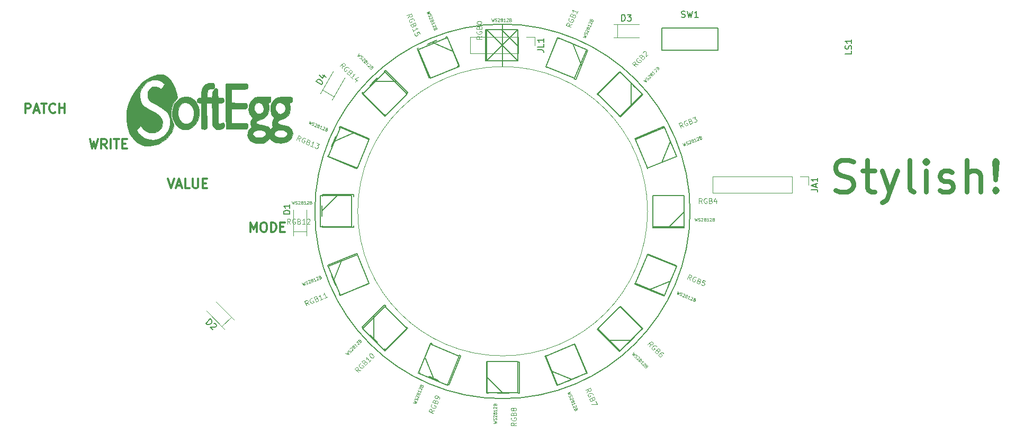
<source format=gbr>
G04 #@! TF.GenerationSoftware,KiCad,Pcbnew,(6.0.0-rc1-dev-890-g6c34fdefd)*
G04 #@! TF.CreationDate,2018-10-17T06:06:35-07:00*
G04 #@! TF.ProjectId,Stylish-Belt-Synth - Full,5374796C6973682D42656C742D53796E,rev?*
G04 #@! TF.SameCoordinates,Original*
G04 #@! TF.FileFunction,Legend,Top*
G04 #@! TF.FilePolarity,Positive*
%FSLAX46Y46*%
G04 Gerber Fmt 4.6, Leading zero omitted, Abs format (unit mm)*
G04 Created by KiCad (PCBNEW (6.0.0-rc1-dev-890-g6c34fdefd)) date 10/17/2018 6:06:35 AM*
%MOMM*%
%LPD*%
G01*
G04 APERTURE LIST*
%ADD10C,0.762000*%
%ADD11C,0.300000*%
%ADD12C,0.200000*%
%ADD13C,0.100000*%
%ADD14C,0.120000*%
%ADD15C,0.203200*%
%ADD16C,0.010000*%
%ADD17C,0.127000*%
%ADD18C,0.150000*%
%ADD19C,0.050000*%
G04 APERTURE END LIST*
D10*
X201688095Y-82701190D02*
X202413809Y-82943095D01*
X203623333Y-82943095D01*
X204107142Y-82701190D01*
X204349047Y-82459285D01*
X204590952Y-81975476D01*
X204590952Y-81491666D01*
X204349047Y-81007857D01*
X204107142Y-80765952D01*
X203623333Y-80524047D01*
X202655714Y-80282142D01*
X202171904Y-80040238D01*
X201930000Y-79798333D01*
X201688095Y-79314523D01*
X201688095Y-78830714D01*
X201930000Y-78346904D01*
X202171904Y-78105000D01*
X202655714Y-77863095D01*
X203865238Y-77863095D01*
X204590952Y-78105000D01*
X206042380Y-79556428D02*
X207977619Y-79556428D01*
X206768095Y-77863095D02*
X206768095Y-82217380D01*
X207010000Y-82701190D01*
X207493809Y-82943095D01*
X207977619Y-82943095D01*
X209187142Y-79556428D02*
X210396666Y-82943095D01*
X211606190Y-79556428D02*
X210396666Y-82943095D01*
X209912857Y-84152619D01*
X209670952Y-84394523D01*
X209187142Y-84636428D01*
X214267142Y-82943095D02*
X213783333Y-82701190D01*
X213541428Y-82217380D01*
X213541428Y-77863095D01*
X216202380Y-82943095D02*
X216202380Y-79556428D01*
X216202380Y-77863095D02*
X215960476Y-78105000D01*
X216202380Y-78346904D01*
X216444285Y-78105000D01*
X216202380Y-77863095D01*
X216202380Y-78346904D01*
X218379523Y-82701190D02*
X218863333Y-82943095D01*
X219830952Y-82943095D01*
X220314761Y-82701190D01*
X220556666Y-82217380D01*
X220556666Y-81975476D01*
X220314761Y-81491666D01*
X219830952Y-81249761D01*
X219105238Y-81249761D01*
X218621428Y-81007857D01*
X218379523Y-80524047D01*
X218379523Y-80282142D01*
X218621428Y-79798333D01*
X219105238Y-79556428D01*
X219830952Y-79556428D01*
X220314761Y-79798333D01*
X222733809Y-82943095D02*
X222733809Y-77863095D01*
X224910952Y-82943095D02*
X224910952Y-80282142D01*
X224669047Y-79798333D01*
X224185238Y-79556428D01*
X223459523Y-79556428D01*
X222975714Y-79798333D01*
X222733809Y-80040238D01*
X227330000Y-82459285D02*
X227571904Y-82701190D01*
X227330000Y-82943095D01*
X227088095Y-82701190D01*
X227330000Y-82459285D01*
X227330000Y-82943095D01*
X227330000Y-81007857D02*
X227088095Y-78105000D01*
X227330000Y-77863095D01*
X227571904Y-78105000D01*
X227330000Y-81007857D01*
X227330000Y-77863095D01*
D11*
X108156714Y-89324571D02*
X108156714Y-87824571D01*
X108656714Y-88896000D01*
X109156714Y-87824571D01*
X109156714Y-89324571D01*
X110156714Y-87824571D02*
X110442428Y-87824571D01*
X110585285Y-87896000D01*
X110728142Y-88038857D01*
X110799571Y-88324571D01*
X110799571Y-88824571D01*
X110728142Y-89110285D01*
X110585285Y-89253142D01*
X110442428Y-89324571D01*
X110156714Y-89324571D01*
X110013857Y-89253142D01*
X109871000Y-89110285D01*
X109799571Y-88824571D01*
X109799571Y-88324571D01*
X109871000Y-88038857D01*
X110013857Y-87896000D01*
X110156714Y-87824571D01*
X111442428Y-89324571D02*
X111442428Y-87824571D01*
X111799571Y-87824571D01*
X112013857Y-87896000D01*
X112156714Y-88038857D01*
X112228142Y-88181714D01*
X112299571Y-88467428D01*
X112299571Y-88681714D01*
X112228142Y-88967428D01*
X112156714Y-89110285D01*
X112013857Y-89253142D01*
X111799571Y-89324571D01*
X111442428Y-89324571D01*
X112942428Y-88538857D02*
X113442428Y-88538857D01*
X113656714Y-89324571D02*
X112942428Y-89324571D01*
X112942428Y-87824571D01*
X113656714Y-87824571D01*
X94956714Y-80839571D02*
X95456714Y-82339571D01*
X95956714Y-80839571D01*
X96385285Y-81911000D02*
X97099571Y-81911000D01*
X96242428Y-82339571D02*
X96742428Y-80839571D01*
X97242428Y-82339571D01*
X98456714Y-82339571D02*
X97742428Y-82339571D01*
X97742428Y-80839571D01*
X98956714Y-80839571D02*
X98956714Y-82053857D01*
X99028142Y-82196714D01*
X99099571Y-82268142D01*
X99242428Y-82339571D01*
X99528142Y-82339571D01*
X99671000Y-82268142D01*
X99742428Y-82196714D01*
X99813857Y-82053857D01*
X99813857Y-80839571D01*
X100528142Y-81553857D02*
X101028142Y-81553857D01*
X101242428Y-82339571D02*
X100528142Y-82339571D01*
X100528142Y-80839571D01*
X101242428Y-80839571D01*
X82471000Y-74489571D02*
X82828142Y-75989571D01*
X83113857Y-74918142D01*
X83399571Y-75989571D01*
X83756714Y-74489571D01*
X85185285Y-75989571D02*
X84685285Y-75275285D01*
X84328142Y-75989571D02*
X84328142Y-74489571D01*
X84899571Y-74489571D01*
X85042428Y-74561000D01*
X85113857Y-74632428D01*
X85185285Y-74775285D01*
X85185285Y-74989571D01*
X85113857Y-75132428D01*
X85042428Y-75203857D01*
X84899571Y-75275285D01*
X84328142Y-75275285D01*
X85828142Y-75989571D02*
X85828142Y-74489571D01*
X86328142Y-74489571D02*
X87185285Y-74489571D01*
X86756714Y-75989571D02*
X86756714Y-74489571D01*
X87685285Y-75203857D02*
X88185285Y-75203857D01*
X88399571Y-75989571D02*
X87685285Y-75989571D01*
X87685285Y-74489571D01*
X88399571Y-74489571D01*
X72168142Y-70274571D02*
X72168142Y-68774571D01*
X72739571Y-68774571D01*
X72882428Y-68846000D01*
X72953857Y-68917428D01*
X73025285Y-69060285D01*
X73025285Y-69274571D01*
X72953857Y-69417428D01*
X72882428Y-69488857D01*
X72739571Y-69560285D01*
X72168142Y-69560285D01*
X73596714Y-69846000D02*
X74311000Y-69846000D01*
X73453857Y-70274571D02*
X73953857Y-68774571D01*
X74453857Y-70274571D01*
X74739571Y-68774571D02*
X75596714Y-68774571D01*
X75168142Y-70274571D02*
X75168142Y-68774571D01*
X76953857Y-70131714D02*
X76882428Y-70203142D01*
X76668142Y-70274571D01*
X76525285Y-70274571D01*
X76311000Y-70203142D01*
X76168142Y-70060285D01*
X76096714Y-69917428D01*
X76025285Y-69631714D01*
X76025285Y-69417428D01*
X76096714Y-69131714D01*
X76168142Y-68988857D01*
X76311000Y-68846000D01*
X76525285Y-68774571D01*
X76668142Y-68774571D01*
X76882428Y-68846000D01*
X76953857Y-68917428D01*
X77596714Y-70274571D02*
X77596714Y-68774571D01*
X77596714Y-69488857D02*
X78453857Y-69488857D01*
X78453857Y-70274571D02*
X78453857Y-68774571D01*
D12*
X155370230Y-62843433D02*
X157283647Y-58224035D01*
X159989628Y-64756850D02*
X155370230Y-62843433D01*
X161903045Y-60137453D02*
X159989628Y-64756850D01*
X157283647Y-58224035D02*
X161903045Y-60137453D01*
X163725897Y-67253345D02*
X167261431Y-63717812D01*
X167261431Y-70788879D02*
X163725897Y-67253345D01*
X170796964Y-67253345D02*
X167261431Y-70788879D01*
X167261431Y-63717812D02*
X170796964Y-67253345D01*
X169757926Y-74525148D02*
X174377323Y-72611731D01*
X171671343Y-79144546D02*
X169757926Y-74525148D01*
X176290741Y-77231129D02*
X171671343Y-79144546D01*
X174377323Y-72611731D02*
X176290741Y-77231129D01*
X172547995Y-83551776D02*
X177547995Y-83551776D01*
X172547995Y-88551776D02*
X172547995Y-83551776D01*
X177547995Y-88551776D02*
X172547995Y-88551776D01*
X177547995Y-83551776D02*
X177547995Y-88551776D01*
X171671343Y-92959006D02*
X176290741Y-94872423D01*
X169757926Y-97578404D02*
X171671343Y-92959006D01*
X174377323Y-99491821D02*
X169757926Y-97578404D01*
X176290741Y-94872423D02*
X174377323Y-99491821D01*
X167261431Y-101314673D02*
X170796964Y-104850207D01*
X163725897Y-104850207D02*
X167261431Y-101314673D01*
X167261431Y-108385740D02*
X163725897Y-104850207D01*
X170796964Y-104850207D02*
X167261431Y-108385740D01*
X159989628Y-107346702D02*
X161903045Y-111966099D01*
X155370230Y-109260119D02*
X159989628Y-107346702D01*
X157283647Y-113879517D02*
X155370230Y-109260119D01*
X161903045Y-111966099D02*
X157283647Y-113879517D01*
X150963000Y-110136771D02*
X150963000Y-115136771D01*
X145963000Y-110136771D02*
X150963000Y-110136771D01*
X145963000Y-115136771D02*
X145963000Y-110136771D01*
X150963000Y-115136771D02*
X145963000Y-115136771D01*
X141555770Y-109260119D02*
X139642353Y-113879517D01*
X136936372Y-107346702D02*
X141555770Y-109260119D01*
X135022955Y-111966099D02*
X136936372Y-107346702D01*
X139642353Y-113879517D02*
X135022955Y-111966099D01*
X133200103Y-104850207D02*
X129664569Y-108385740D01*
X129664569Y-101314673D02*
X133200103Y-104850207D01*
X126129036Y-104850207D02*
X129664569Y-101314673D01*
X129664569Y-108385740D02*
X126129036Y-104850207D01*
X127168074Y-97578404D02*
X122548677Y-99491821D01*
X125254657Y-92959006D02*
X127168074Y-97578404D01*
X120635259Y-94872423D02*
X125254657Y-92959006D01*
X122548677Y-99491821D02*
X120635259Y-94872423D01*
X124378005Y-88551776D02*
X119378005Y-88551776D01*
X124378005Y-83551776D02*
X124378005Y-88551776D01*
X119378005Y-83551776D02*
X124378005Y-83551776D01*
X119378005Y-88551776D02*
X119378005Y-83551776D01*
X125254657Y-79144546D02*
X120635259Y-77231129D01*
X127168074Y-74525148D02*
X125254657Y-79144546D01*
X122548677Y-72611731D02*
X127168074Y-74525148D01*
X120635259Y-77231129D02*
X122548677Y-72611731D01*
X129664569Y-70788879D02*
X126129036Y-67253345D01*
X133200103Y-67253345D02*
X129664569Y-70788879D01*
X129664569Y-63717812D02*
X133200103Y-67253345D01*
X126129036Y-67253345D02*
X129664569Y-63717812D01*
X136936372Y-64756850D02*
X135022955Y-60137453D01*
X141555770Y-62843433D02*
X136936372Y-64756850D01*
X139642353Y-58224035D02*
X141555770Y-62843433D01*
X135022955Y-60137453D02*
X139642353Y-58224035D01*
X150963000Y-61966781D02*
X145963000Y-56966781D01*
X145963000Y-61966781D02*
X150963000Y-56966781D01*
X145963000Y-56966781D02*
X145963000Y-61966781D01*
X150963000Y-56966781D02*
X145963000Y-56966781D01*
X150963000Y-61966781D02*
X150963000Y-56966781D01*
X145963000Y-61966781D02*
X150963000Y-61966781D01*
X148463000Y-62881785D02*
X148463000Y-56051776D01*
X178463000Y-86051776D02*
G75*
G03X178463000Y-86051776I-30000000J0D01*
G01*
D13*
X171671091Y-86026376D02*
G75*
G03X171671091Y-86026376I-23169991J0D01*
G01*
X178501100Y-86026376D02*
G75*
G03X178501100Y-86026376I-30000000J0D01*
G01*
D14*
G04 #@! TO.C,D1*
X117138000Y-89944000D02*
X117138000Y-85824000D01*
X115018000Y-85824000D02*
X115018000Y-89944000D01*
X115018000Y-89284000D02*
X117138000Y-89284000D01*
D15*
G04 #@! TO.C,RGB11*
X121478346Y-97111016D02*
X122852984Y-93792346D01*
X121478346Y-97111016D02*
X121147861Y-96313154D01*
X121808831Y-97908878D02*
X121478346Y-97111016D01*
X120514078Y-94703418D02*
X120600587Y-94912270D01*
X125104133Y-92802155D02*
X120514078Y-94703418D01*
X125105105Y-92804501D02*
X125104133Y-92802155D01*
X125152038Y-92785061D02*
X125105105Y-92804501D01*
X125256044Y-93036153D02*
X125152038Y-92785061D01*
X122503392Y-99512684D02*
X122414938Y-99299139D01*
X127077020Y-97618225D02*
X122503392Y-99512684D01*
X127078964Y-97622918D02*
X127077020Y-97618225D01*
X127125897Y-97603478D02*
X127078964Y-97622918D01*
X127028696Y-97368813D02*
X127125897Y-97603478D01*
G04 #@! TO.C,RGB12*
X119634000Y-85979000D02*
X122174000Y-83439000D01*
X119634000Y-85979000D02*
X119634000Y-85115400D01*
X119634000Y-86842600D02*
X119634000Y-85979000D01*
X119664480Y-83385660D02*
X119664480Y-83611720D01*
X124632720Y-83385660D02*
X119664480Y-83385660D01*
X124632720Y-83388200D02*
X124632720Y-83385660D01*
X124683520Y-83388200D02*
X124632720Y-83388200D01*
X124683520Y-83659980D02*
X124683520Y-83388200D01*
X119661940Y-88590120D02*
X119661940Y-88358980D01*
X124612400Y-88590120D02*
X119661940Y-88590120D01*
X124612400Y-88595200D02*
X124612400Y-88590120D01*
X124663200Y-88595200D02*
X124612400Y-88595200D01*
X124663200Y-88341200D02*
X124663200Y-88595200D01*
G04 #@! TO.C,RGB13*
X121478346Y-74846984D02*
X124797016Y-73472346D01*
X121478346Y-74846984D02*
X121808831Y-74049122D01*
X121147861Y-75644846D02*
X121478346Y-74846984D01*
X122498934Y-72462715D02*
X122412425Y-72671567D01*
X127088989Y-74363978D02*
X122498934Y-72462715D01*
X127088017Y-74366324D02*
X127088989Y-74363978D01*
X127134950Y-74385765D02*
X127088017Y-74366324D01*
X127030945Y-74636857D02*
X127134950Y-74385765D01*
X120504927Y-77270037D02*
X120593380Y-77056491D01*
X125078555Y-79164496D02*
X120504927Y-77270037D01*
X125076611Y-79169189D02*
X125078555Y-79164496D01*
X125123545Y-79188629D02*
X125076611Y-79169189D01*
X125220746Y-78953964D02*
X125123545Y-79188629D01*
G04 #@! TO.C,RGB14*
X127870949Y-65259949D02*
X131463051Y-65259949D01*
X127870949Y-65259949D02*
X128481606Y-64649291D01*
X127260291Y-65870606D02*
X127870949Y-65259949D01*
X129726270Y-63447733D02*
X129566421Y-63607582D01*
X133239346Y-66960809D02*
X129726270Y-63447733D01*
X133237550Y-66962605D02*
X133239346Y-66960809D01*
X133273471Y-66998526D02*
X133237550Y-66962605D01*
X133081293Y-67190704D02*
X133273471Y-66998526D01*
X126044365Y-67126046D02*
X126207805Y-66962605D01*
X129544869Y-70626550D02*
X126044365Y-67126046D01*
X129541276Y-70630142D02*
X129544869Y-70626550D01*
X129577197Y-70666063D02*
X129541276Y-70630142D01*
X129756803Y-70486458D02*
X129577197Y-70666063D01*
G04 #@! TO.C,RGB15*
X137203984Y-58994346D02*
X140522654Y-60368984D01*
X137203984Y-58994346D02*
X138001846Y-58663861D01*
X136406122Y-59324831D02*
X137203984Y-58994346D01*
X139611582Y-58030078D02*
X139402730Y-58116587D01*
X141512845Y-62620133D02*
X139611582Y-58030078D01*
X141510499Y-62621105D02*
X141512845Y-62620133D01*
X141529939Y-62668038D02*
X141510499Y-62621105D01*
X141278847Y-62772044D02*
X141529939Y-62668038D01*
X134802316Y-60019392D02*
X135015861Y-59930938D01*
X136696775Y-64593020D02*
X134802316Y-60019392D01*
X136692082Y-64594964D02*
X136696775Y-64593020D01*
X136711522Y-64641897D02*
X136692082Y-64594964D01*
X136946187Y-64544696D02*
X136711522Y-64641897D01*
G04 #@! TO.C,RGB9*
X137457984Y-112836654D02*
X136083346Y-109517984D01*
X137457984Y-112836654D02*
X136660122Y-112506169D01*
X138255846Y-113167139D02*
X137457984Y-112836654D01*
X135073715Y-111816066D02*
X135282567Y-111902575D01*
X136974978Y-107226011D02*
X135073715Y-111816066D01*
X136977324Y-107226983D02*
X136974978Y-107226011D01*
X136996765Y-107180050D02*
X136977324Y-107226983D01*
X137247857Y-107284055D02*
X136996765Y-107180050D01*
X139881037Y-113810073D02*
X139667491Y-113721620D01*
X141775496Y-109236445D02*
X139881037Y-113810073D01*
X141780189Y-109238389D02*
X141775496Y-109236445D01*
X141799629Y-109191455D02*
X141780189Y-109238389D01*
X141564964Y-109094254D02*
X141799629Y-109191455D01*
G04 #@! TO.C,RGB8*
X148590000Y-115189000D02*
X146050000Y-112649000D01*
X148590000Y-115189000D02*
X147726400Y-115189000D01*
X149453600Y-115189000D02*
X148590000Y-115189000D01*
X145996660Y-115158520D02*
X146222720Y-115158520D01*
X145996660Y-110190280D02*
X145996660Y-115158520D01*
X145999200Y-110190280D02*
X145996660Y-110190280D01*
X145999200Y-110139480D02*
X145999200Y-110190280D01*
X146270980Y-110139480D02*
X145999200Y-110139480D01*
X151201120Y-115161060D02*
X150969980Y-115161060D01*
X151201120Y-110210600D02*
X151201120Y-115161060D01*
X151206200Y-110210600D02*
X151201120Y-110210600D01*
X151206200Y-110159800D02*
X151206200Y-110210600D01*
X150952200Y-110159800D02*
X151206200Y-110159800D01*
G04 #@! TO.C,RGB7*
X159595016Y-112963654D02*
X156276346Y-111589016D01*
X159595016Y-112963654D02*
X158797154Y-113294139D01*
X160392878Y-112633169D02*
X159595016Y-112963654D01*
X157187418Y-113927922D02*
X157396270Y-113841413D01*
X155286155Y-109337867D02*
X157187418Y-113927922D01*
X155288501Y-109336895D02*
X155286155Y-109337867D01*
X155269061Y-109289962D02*
X155288501Y-109336895D01*
X155520153Y-109185956D02*
X155269061Y-109289962D01*
X161996684Y-111938608D02*
X161783139Y-112027062D01*
X160102225Y-107364980D02*
X161996684Y-111938608D01*
X160106918Y-107363036D02*
X160102225Y-107364980D01*
X160087478Y-107316103D02*
X160106918Y-107363036D01*
X159852813Y-107413304D02*
X160087478Y-107316103D01*
G04 #@! TO.C,RGB6*
X169055051Y-106698051D02*
X165462949Y-106698051D01*
X169055051Y-106698051D02*
X168444394Y-107308709D01*
X169665709Y-106087394D02*
X169055051Y-106698051D01*
X167199730Y-108510267D02*
X167359579Y-108350418D01*
X163686654Y-104997191D02*
X167199730Y-108510267D01*
X163688450Y-104995395D02*
X163686654Y-104997191D01*
X163652529Y-104959474D02*
X163688450Y-104995395D01*
X163844707Y-104767296D02*
X163652529Y-104959474D01*
X170881635Y-104831954D02*
X170718195Y-104995395D01*
X167381131Y-101331450D02*
X170881635Y-104831954D01*
X167384724Y-101327858D02*
X167381131Y-101331450D01*
X167348803Y-101291937D02*
X167384724Y-101327858D01*
X167169197Y-101471542D02*
X167348803Y-101291937D01*
G04 #@! TO.C,RGB10*
X127870949Y-106444051D02*
X127870949Y-102851949D01*
X127870949Y-106444051D02*
X127260291Y-105833394D01*
X128481606Y-107054709D02*
X127870949Y-106444051D01*
X126058733Y-104588730D02*
X126218582Y-104748579D01*
X129571809Y-101075654D02*
X126058733Y-104588730D01*
X129573605Y-101077450D02*
X129571809Y-101075654D01*
X129609526Y-101041529D02*
X129573605Y-101077450D01*
X129801704Y-101233707D02*
X129609526Y-101041529D01*
X129737046Y-108270635D02*
X129573605Y-108107195D01*
X133237550Y-104770131D02*
X129737046Y-108270635D01*
X133241142Y-104773724D02*
X133237550Y-104770131D01*
X133277063Y-104737803D02*
X133241142Y-104773724D01*
X133097458Y-104558197D02*
X133277063Y-104737803D01*
G04 #@! TO.C,RGB4*
X177546000Y-86106000D02*
X175006000Y-88646000D01*
X177546000Y-86106000D02*
X177546000Y-86969600D01*
X177546000Y-85242400D02*
X177546000Y-86106000D01*
X177515520Y-88699340D02*
X177515520Y-88473280D01*
X172547280Y-88699340D02*
X177515520Y-88699340D01*
X172547280Y-88696800D02*
X172547280Y-88699340D01*
X172496480Y-88696800D02*
X172547280Y-88696800D01*
X172496480Y-88425020D02*
X172496480Y-88696800D01*
X177518060Y-83494880D02*
X177518060Y-83726020D01*
X172567600Y-83494880D02*
X177518060Y-83494880D01*
X172567600Y-83489800D02*
X172567600Y-83494880D01*
X172516800Y-83489800D02*
X172567600Y-83489800D01*
X172516800Y-83743800D02*
X172516800Y-83489800D01*
G04 #@! TO.C,RGB3*
X175320654Y-74846984D02*
X173946016Y-78165654D01*
X175320654Y-74846984D02*
X175651139Y-75644846D01*
X174990169Y-74049122D02*
X175320654Y-74846984D01*
X176284922Y-77254582D02*
X176198413Y-77045730D01*
X171694867Y-79155845D02*
X176284922Y-77254582D01*
X171693895Y-79153499D02*
X171694867Y-79155845D01*
X171646962Y-79172939D02*
X171693895Y-79153499D01*
X171542956Y-78921847D02*
X171646962Y-79172939D01*
X174295608Y-72445316D02*
X174384062Y-72658861D01*
X169721980Y-74339775D02*
X174295608Y-72445316D01*
X169720036Y-74335082D02*
X169721980Y-74339775D01*
X169673103Y-74354522D02*
X169720036Y-74335082D01*
X169770304Y-74589187D02*
X169673103Y-74354522D01*
G04 #@! TO.C,RGB2*
X169055051Y-65513949D02*
X169055051Y-69106051D01*
X169055051Y-65513949D02*
X169665709Y-66124606D01*
X168444394Y-64903291D02*
X169055051Y-65513949D01*
X170867267Y-67369270D02*
X170707418Y-67209421D01*
X167354191Y-70882346D02*
X170867267Y-67369270D01*
X167352395Y-70880550D02*
X167354191Y-70882346D01*
X167316474Y-70916471D02*
X167352395Y-70880550D01*
X167124296Y-70724293D02*
X167316474Y-70916471D01*
X167188954Y-63687365D02*
X167352395Y-63850805D01*
X163688450Y-67187869D02*
X167188954Y-63687365D01*
X163684858Y-67184276D02*
X163688450Y-67187869D01*
X163648937Y-67220197D02*
X163684858Y-67184276D01*
X163828542Y-67399803D02*
X163648937Y-67220197D01*
G04 #@! TO.C,RGB1*
X159722016Y-59248346D02*
X161096654Y-62567016D01*
X159722016Y-59248346D02*
X160519878Y-59578831D01*
X158924154Y-58917861D02*
X159722016Y-59248346D01*
X162106285Y-60268934D02*
X161897433Y-60182425D01*
X160205022Y-64858989D02*
X162106285Y-60268934D01*
X160202676Y-64858017D02*
X160205022Y-64858989D01*
X160183235Y-64904950D02*
X160202676Y-64858017D01*
X159932143Y-64800945D02*
X160183235Y-64904950D01*
X157298963Y-58274927D02*
X157512509Y-58363380D01*
X155404504Y-62848555D02*
X157298963Y-58274927D01*
X155399811Y-62846611D02*
X155404504Y-62848555D01*
X155380371Y-62893545D02*
X155399811Y-62846611D01*
X155615036Y-62990746D02*
X155380371Y-62893545D01*
G04 #@! TO.C,RGB0*
X148336000Y-56896000D02*
X150876000Y-59436000D01*
X148336000Y-56896000D02*
X149199600Y-56896000D01*
X147472400Y-56896000D02*
X148336000Y-56896000D01*
X150929340Y-56926480D02*
X150703280Y-56926480D01*
X150929340Y-61894720D02*
X150929340Y-56926480D01*
X150926800Y-61894720D02*
X150929340Y-61894720D01*
X150926800Y-61945520D02*
X150926800Y-61894720D01*
X150655020Y-61945520D02*
X150926800Y-61945520D01*
X145724880Y-56923940D02*
X145956020Y-56923940D01*
X145724880Y-61874400D02*
X145724880Y-56923940D01*
X145719800Y-61874400D02*
X145724880Y-61874400D01*
X145719800Y-61925200D02*
X145719800Y-61874400D01*
X145973800Y-61925200D02*
X145719800Y-61925200D01*
G04 #@! TO.C,RGB5*
X175320654Y-97238016D02*
X172001984Y-98612654D01*
X175320654Y-97238016D02*
X174990169Y-98035878D01*
X175651139Y-96440154D02*
X175320654Y-97238016D01*
X174300066Y-99622285D02*
X174386575Y-99413433D01*
X169710011Y-97721022D02*
X174300066Y-99622285D01*
X169710983Y-97718676D02*
X169710011Y-97721022D01*
X169664050Y-97699235D02*
X169710983Y-97718676D01*
X169768055Y-97448143D02*
X169664050Y-97699235D01*
X176294073Y-94814963D02*
X176205620Y-95028509D01*
X171720445Y-92920504D02*
X176294073Y-94814963D01*
X171722389Y-92915811D02*
X171720445Y-92920504D01*
X171675455Y-92896371D02*
X171722389Y-92915811D01*
X171578254Y-93131036D02*
X171675455Y-92896371D01*
D14*
G04 #@! TO.C,JL1*
X143323000Y-58106000D02*
X143323000Y-60766000D01*
X151003000Y-58106000D02*
X143323000Y-58106000D01*
X151003000Y-60766000D02*
X143323000Y-60766000D01*
X151003000Y-58106000D02*
X151003000Y-60766000D01*
X152273000Y-58106000D02*
X153603000Y-58106000D01*
X153603000Y-58106000D02*
X153603000Y-59436000D01*
G04 #@! TO.C,JA1*
X182058000Y-80458000D02*
X182058000Y-83118000D01*
X194818000Y-80458000D02*
X182058000Y-80458000D01*
X194818000Y-83118000D02*
X182058000Y-83118000D01*
X194818000Y-80458000D02*
X194818000Y-83118000D01*
X196088000Y-80458000D02*
X197418000Y-80458000D01*
X197418000Y-80458000D02*
X197418000Y-81788000D01*
D16*
G04 #@! TO.C,G\002A\002A\002A*
G36*
X93967083Y-64118385D02*
X94125711Y-64127092D01*
X94246312Y-64146692D01*
X94352148Y-64180402D01*
X94422571Y-64210726D01*
X94740156Y-64397916D01*
X95050902Y-64659893D01*
X95347030Y-64986780D01*
X95620763Y-65368703D01*
X95864325Y-65795786D01*
X96069936Y-66258154D01*
X96101739Y-66342788D01*
X96169387Y-66541597D01*
X96240358Y-66773399D01*
X96309858Y-67019715D01*
X96373093Y-67262063D01*
X96425270Y-67481963D01*
X96461596Y-67660936D01*
X96477277Y-67780502D01*
X96477553Y-67791686D01*
X96460174Y-67873643D01*
X96401693Y-67974119D01*
X96292813Y-68107167D01*
X96207231Y-68200214D01*
X95964531Y-68497925D01*
X95774715Y-68824993D01*
X95633873Y-69192387D01*
X95538091Y-69611071D01*
X95483461Y-70092013D01*
X95474279Y-70255233D01*
X95465654Y-70534306D01*
X95470582Y-70762781D01*
X95493488Y-70964962D01*
X95538797Y-71165154D01*
X95610935Y-71387662D01*
X95714328Y-71656791D01*
X95741945Y-71725253D01*
X95815921Y-71915948D01*
X95875872Y-72086292D01*
X95915150Y-72216330D01*
X95927334Y-72281710D01*
X95904050Y-72455480D01*
X95839178Y-72680466D01*
X95740186Y-72938875D01*
X95614543Y-73212917D01*
X95469718Y-73484800D01*
X95322096Y-73723500D01*
X95080630Y-74034188D01*
X94777215Y-74347508D01*
X94431602Y-74647643D01*
X94063538Y-74918772D01*
X93692774Y-75145077D01*
X93341852Y-75309663D01*
X92954695Y-75429183D01*
X92520534Y-75512916D01*
X92070673Y-75557278D01*
X91636413Y-75558685D01*
X91376500Y-75534751D01*
X90929976Y-75432593D01*
X90490884Y-75255388D01*
X90074671Y-75012374D01*
X89696781Y-74712790D01*
X89372660Y-74365875D01*
X89329706Y-74310422D01*
X89156889Y-74053478D01*
X88980249Y-73741915D01*
X88813871Y-73403867D01*
X88671842Y-73067467D01*
X88655636Y-73021161D01*
X89996371Y-73021161D01*
X90111169Y-73266497D01*
X90251477Y-73497763D01*
X90451961Y-73736225D01*
X90692442Y-73962400D01*
X90952743Y-74156808D01*
X91152509Y-74271867D01*
X91616373Y-74457574D01*
X92093283Y-74565222D01*
X92572948Y-74593606D01*
X93045076Y-74541521D01*
X93184464Y-74509830D01*
X93636626Y-74354792D01*
X94054449Y-74133385D01*
X94427607Y-73853701D01*
X94745777Y-73523835D01*
X94998632Y-73151880D01*
X95055398Y-73043179D01*
X95220871Y-72611351D01*
X95312106Y-72152598D01*
X95329535Y-71679918D01*
X95273584Y-71206306D01*
X95144684Y-70744759D01*
X94966572Y-70350269D01*
X94823967Y-70151444D01*
X94602534Y-69932167D01*
X94305077Y-69694447D01*
X93934398Y-69440294D01*
X93493303Y-69171720D01*
X92984595Y-68890735D01*
X92787830Y-68788153D01*
X92492136Y-68630236D01*
X92264018Y-68492823D01*
X92091860Y-68366459D01*
X91964049Y-68241691D01*
X91868970Y-68109062D01*
X91808746Y-67991117D01*
X91734933Y-67748069D01*
X91701428Y-67461764D01*
X91709801Y-67164231D01*
X91755654Y-66908807D01*
X91871665Y-66626823D01*
X92046025Y-66396161D01*
X92267031Y-66220589D01*
X92522980Y-66103878D01*
X92802169Y-66049797D01*
X93092895Y-66062117D01*
X93383454Y-66144606D01*
X93656071Y-66296661D01*
X93885468Y-66460928D01*
X94165729Y-66070547D01*
X94445990Y-65680167D01*
X94224057Y-65472507D01*
X93912793Y-65236139D01*
X93568577Y-65072074D01*
X93201166Y-64979507D01*
X92820315Y-64957634D01*
X92435779Y-65005649D01*
X92057314Y-65122750D01*
X91694676Y-65308131D01*
X91357621Y-65560989D01*
X91192343Y-65722457D01*
X90939716Y-66049780D01*
X90736565Y-66430170D01*
X90587728Y-66845594D01*
X90498044Y-67278019D01*
X90472352Y-67709411D01*
X90515491Y-68121739D01*
X90530279Y-68189749D01*
X90606652Y-68451047D01*
X90709978Y-68684428D01*
X90848012Y-68897334D01*
X91028509Y-69097209D01*
X91259223Y-69291495D01*
X91547908Y-69487634D01*
X91902320Y-69693069D01*
X92325762Y-69913023D01*
X92552630Y-70028679D01*
X92777020Y-70147326D01*
X92976253Y-70256699D01*
X93127653Y-70344533D01*
X93155509Y-70361776D01*
X93425318Y-70562088D01*
X93669607Y-70800079D01*
X93867826Y-71053730D01*
X93971708Y-71236305D01*
X94025981Y-71362252D01*
X94059734Y-71476223D01*
X94077532Y-71605258D01*
X94083936Y-71776398D01*
X94084237Y-71903167D01*
X94068855Y-72207972D01*
X94019704Y-72453471D01*
X93928409Y-72661126D01*
X93786596Y-72852398D01*
X93665642Y-72975951D01*
X93428098Y-73172749D01*
X93184689Y-73310145D01*
X92903054Y-73404899D01*
X92785189Y-73431985D01*
X92396413Y-73471597D01*
X92016185Y-73430278D01*
X91653579Y-73311761D01*
X91317669Y-73119779D01*
X91017530Y-72858067D01*
X90827088Y-72626335D01*
X90732368Y-72497067D01*
X90656277Y-72399660D01*
X90611804Y-72350536D01*
X90606668Y-72347667D01*
X90568786Y-72377693D01*
X90488870Y-72458628D01*
X90379581Y-72576751D01*
X90253585Y-72718344D01*
X90123542Y-72869687D01*
X90110243Y-72885497D01*
X89996371Y-73021161D01*
X88655636Y-73021161D01*
X88589209Y-72831371D01*
X88416779Y-72137063D01*
X88327395Y-71430469D01*
X88320772Y-70714288D01*
X88396627Y-69991218D01*
X88554673Y-69263958D01*
X88794628Y-68535207D01*
X89116206Y-67807662D01*
X89119388Y-67801292D01*
X89435456Y-67213777D01*
X89767724Y-66688867D01*
X90131554Y-66204503D01*
X90542308Y-65738626D01*
X90592540Y-65685975D01*
X91074399Y-65234903D01*
X91583865Y-64859122D01*
X92133768Y-64550557D01*
X92736937Y-64301132D01*
X92858167Y-64259910D01*
X93069100Y-64194073D01*
X93240560Y-64152393D01*
X93407080Y-64129332D01*
X93603197Y-64119353D01*
X93747167Y-64117355D01*
X93967083Y-64118385D01*
X93967083Y-64118385D01*
G37*
X93967083Y-64118385D02*
X94125711Y-64127092D01*
X94246312Y-64146692D01*
X94352148Y-64180402D01*
X94422571Y-64210726D01*
X94740156Y-64397916D01*
X95050902Y-64659893D01*
X95347030Y-64986780D01*
X95620763Y-65368703D01*
X95864325Y-65795786D01*
X96069936Y-66258154D01*
X96101739Y-66342788D01*
X96169387Y-66541597D01*
X96240358Y-66773399D01*
X96309858Y-67019715D01*
X96373093Y-67262063D01*
X96425270Y-67481963D01*
X96461596Y-67660936D01*
X96477277Y-67780502D01*
X96477553Y-67791686D01*
X96460174Y-67873643D01*
X96401693Y-67974119D01*
X96292813Y-68107167D01*
X96207231Y-68200214D01*
X95964531Y-68497925D01*
X95774715Y-68824993D01*
X95633873Y-69192387D01*
X95538091Y-69611071D01*
X95483461Y-70092013D01*
X95474279Y-70255233D01*
X95465654Y-70534306D01*
X95470582Y-70762781D01*
X95493488Y-70964962D01*
X95538797Y-71165154D01*
X95610935Y-71387662D01*
X95714328Y-71656791D01*
X95741945Y-71725253D01*
X95815921Y-71915948D01*
X95875872Y-72086292D01*
X95915150Y-72216330D01*
X95927334Y-72281710D01*
X95904050Y-72455480D01*
X95839178Y-72680466D01*
X95740186Y-72938875D01*
X95614543Y-73212917D01*
X95469718Y-73484800D01*
X95322096Y-73723500D01*
X95080630Y-74034188D01*
X94777215Y-74347508D01*
X94431602Y-74647643D01*
X94063538Y-74918772D01*
X93692774Y-75145077D01*
X93341852Y-75309663D01*
X92954695Y-75429183D01*
X92520534Y-75512916D01*
X92070673Y-75557278D01*
X91636413Y-75558685D01*
X91376500Y-75534751D01*
X90929976Y-75432593D01*
X90490884Y-75255388D01*
X90074671Y-75012374D01*
X89696781Y-74712790D01*
X89372660Y-74365875D01*
X89329706Y-74310422D01*
X89156889Y-74053478D01*
X88980249Y-73741915D01*
X88813871Y-73403867D01*
X88671842Y-73067467D01*
X88655636Y-73021161D01*
X89996371Y-73021161D01*
X90111169Y-73266497D01*
X90251477Y-73497763D01*
X90451961Y-73736225D01*
X90692442Y-73962400D01*
X90952743Y-74156808D01*
X91152509Y-74271867D01*
X91616373Y-74457574D01*
X92093283Y-74565222D01*
X92572948Y-74593606D01*
X93045076Y-74541521D01*
X93184464Y-74509830D01*
X93636626Y-74354792D01*
X94054449Y-74133385D01*
X94427607Y-73853701D01*
X94745777Y-73523835D01*
X94998632Y-73151880D01*
X95055398Y-73043179D01*
X95220871Y-72611351D01*
X95312106Y-72152598D01*
X95329535Y-71679918D01*
X95273584Y-71206306D01*
X95144684Y-70744759D01*
X94966572Y-70350269D01*
X94823967Y-70151444D01*
X94602534Y-69932167D01*
X94305077Y-69694447D01*
X93934398Y-69440294D01*
X93493303Y-69171720D01*
X92984595Y-68890735D01*
X92787830Y-68788153D01*
X92492136Y-68630236D01*
X92264018Y-68492823D01*
X92091860Y-68366459D01*
X91964049Y-68241691D01*
X91868970Y-68109062D01*
X91808746Y-67991117D01*
X91734933Y-67748069D01*
X91701428Y-67461764D01*
X91709801Y-67164231D01*
X91755654Y-66908807D01*
X91871665Y-66626823D01*
X92046025Y-66396161D01*
X92267031Y-66220589D01*
X92522980Y-66103878D01*
X92802169Y-66049797D01*
X93092895Y-66062117D01*
X93383454Y-66144606D01*
X93656071Y-66296661D01*
X93885468Y-66460928D01*
X94165729Y-66070547D01*
X94445990Y-65680167D01*
X94224057Y-65472507D01*
X93912793Y-65236139D01*
X93568577Y-65072074D01*
X93201166Y-64979507D01*
X92820315Y-64957634D01*
X92435779Y-65005649D01*
X92057314Y-65122750D01*
X91694676Y-65308131D01*
X91357621Y-65560989D01*
X91192343Y-65722457D01*
X90939716Y-66049780D01*
X90736565Y-66430170D01*
X90587728Y-66845594D01*
X90498044Y-67278019D01*
X90472352Y-67709411D01*
X90515491Y-68121739D01*
X90530279Y-68189749D01*
X90606652Y-68451047D01*
X90709978Y-68684428D01*
X90848012Y-68897334D01*
X91028509Y-69097209D01*
X91259223Y-69291495D01*
X91547908Y-69487634D01*
X91902320Y-69693069D01*
X92325762Y-69913023D01*
X92552630Y-70028679D01*
X92777020Y-70147326D01*
X92976253Y-70256699D01*
X93127653Y-70344533D01*
X93155509Y-70361776D01*
X93425318Y-70562088D01*
X93669607Y-70800079D01*
X93867826Y-71053730D01*
X93971708Y-71236305D01*
X94025981Y-71362252D01*
X94059734Y-71476223D01*
X94077532Y-71605258D01*
X94083936Y-71776398D01*
X94084237Y-71903167D01*
X94068855Y-72207972D01*
X94019704Y-72453471D01*
X93928409Y-72661126D01*
X93786596Y-72852398D01*
X93665642Y-72975951D01*
X93428098Y-73172749D01*
X93184689Y-73310145D01*
X92903054Y-73404899D01*
X92785189Y-73431985D01*
X92396413Y-73471597D01*
X92016185Y-73430278D01*
X91653579Y-73311761D01*
X91317669Y-73119779D01*
X91017530Y-72858067D01*
X90827088Y-72626335D01*
X90732368Y-72497067D01*
X90656277Y-72399660D01*
X90611804Y-72350536D01*
X90606668Y-72347667D01*
X90568786Y-72377693D01*
X90488870Y-72458628D01*
X90379581Y-72576751D01*
X90253585Y-72718344D01*
X90123542Y-72869687D01*
X90110243Y-72885497D01*
X89996371Y-73021161D01*
X88655636Y-73021161D01*
X88589209Y-72831371D01*
X88416779Y-72137063D01*
X88327395Y-71430469D01*
X88320772Y-70714288D01*
X88396627Y-69991218D01*
X88554673Y-69263958D01*
X88794628Y-68535207D01*
X89116206Y-67807662D01*
X89119388Y-67801292D01*
X89435456Y-67213777D01*
X89767724Y-66688867D01*
X90131554Y-66204503D01*
X90542308Y-65738626D01*
X90592540Y-65685975D01*
X91074399Y-65234903D01*
X91583865Y-64859122D01*
X92133768Y-64550557D01*
X92736937Y-64301132D01*
X92858167Y-64259910D01*
X93069100Y-64194073D01*
X93240560Y-64152393D01*
X93407080Y-64129332D01*
X93603197Y-64119353D01*
X93747167Y-64117355D01*
X93967083Y-64118385D01*
G36*
X114192127Y-67691489D02*
X114427765Y-67696171D01*
X114599172Y-67709863D01*
X114716565Y-67737384D01*
X114790160Y-67783553D01*
X114830174Y-67853189D01*
X114846823Y-67951111D01*
X114850326Y-68082137D01*
X114850334Y-68147702D01*
X114842369Y-68346694D01*
X114813294Y-68475601D01*
X114755337Y-68547944D01*
X114660727Y-68577248D01*
X114601900Y-68580000D01*
X114492745Y-68585028D01*
X114425920Y-68597470D01*
X114420120Y-68600991D01*
X114417066Y-68649517D01*
X114427208Y-68760499D01*
X114448424Y-68913127D01*
X114457884Y-68971408D01*
X114488829Y-69241500D01*
X114498591Y-69536242D01*
X114488205Y-69829515D01*
X114458702Y-70095199D01*
X114411116Y-70307177D01*
X114404244Y-70327753D01*
X114300516Y-70530523D01*
X114137841Y-70739239D01*
X113937061Y-70931526D01*
X113719016Y-71085007D01*
X113677812Y-71107696D01*
X113513965Y-71184952D01*
X113309945Y-71269043D01*
X113106867Y-71343136D01*
X113085153Y-71350346D01*
X112830697Y-71444196D01*
X112655781Y-71535537D01*
X112555674Y-71630031D01*
X112525643Y-71733339D01*
X112560958Y-71851123D01*
X112606121Y-71923567D01*
X112683549Y-72006094D01*
X112795046Y-72075830D01*
X112952546Y-72137210D01*
X113167983Y-72194672D01*
X113453292Y-72252653D01*
X113527358Y-72266049D01*
X113881085Y-72339729D01*
X114162310Y-72425349D01*
X114383055Y-72529924D01*
X114555343Y-72660471D01*
X114691194Y-72824004D01*
X114791604Y-73003833D01*
X114876082Y-73271478D01*
X114899838Y-73570848D01*
X114863386Y-73875201D01*
X114769527Y-74152985D01*
X114594209Y-74453823D01*
X114378912Y-74693015D01*
X114117356Y-74873858D01*
X113803257Y-74999650D01*
X113430334Y-75073687D01*
X112992305Y-75099267D01*
X112966500Y-75099333D01*
X112574166Y-75082944D01*
X112243364Y-75029772D01*
X111956751Y-74933808D01*
X111696984Y-74789042D01*
X111446718Y-74589467D01*
X111417805Y-74562769D01*
X111222538Y-74380120D01*
X111051225Y-74583287D01*
X110812989Y-74803047D01*
X110515458Y-74975638D01*
X110172114Y-75097159D01*
X109796436Y-75163714D01*
X109401904Y-75171402D01*
X109125317Y-75140278D01*
X108717430Y-75042217D01*
X108372574Y-74896985D01*
X108093981Y-74706586D01*
X107884885Y-74473021D01*
X107795604Y-74316167D01*
X107741754Y-74180227D01*
X107711128Y-74039749D01*
X107698284Y-73863256D01*
X107696827Y-73744667D01*
X107703631Y-73646733D01*
X108500334Y-73646733D01*
X108536796Y-73762659D01*
X108634222Y-73892168D01*
X108774671Y-74018146D01*
X108940199Y-74123479D01*
X109051250Y-74172238D01*
X109335571Y-74236244D01*
X109647575Y-74244634D01*
X109954638Y-74199170D01*
X110207811Y-74109790D01*
X110420312Y-73975780D01*
X110554052Y-73826179D01*
X110611689Y-73668634D01*
X110609541Y-73647189D01*
X111946113Y-73647189D01*
X111967907Y-73755945D01*
X112071773Y-73916607D01*
X112241675Y-74050268D01*
X112462077Y-74152618D01*
X112717446Y-74219343D01*
X112992248Y-74246133D01*
X113270947Y-74228676D01*
X113490659Y-74178583D01*
X113696332Y-74088107D01*
X113873249Y-73964068D01*
X113885963Y-73952305D01*
X114009655Y-73791930D01*
X114050958Y-73628999D01*
X114011808Y-73468540D01*
X113894144Y-73315580D01*
X113699902Y-73175146D01*
X113559167Y-73104190D01*
X113349317Y-73041714D01*
X113094436Y-73012038D01*
X112827809Y-73015785D01*
X112582720Y-73053582D01*
X112482574Y-73083975D01*
X112255366Y-73194558D01*
X112085316Y-73331690D01*
X111979780Y-73485768D01*
X111946113Y-73647189D01*
X110609541Y-73647189D01*
X110595878Y-73510790D01*
X110509275Y-73360291D01*
X110354537Y-73224783D01*
X110134319Y-73111912D01*
X109851278Y-73029322D01*
X109831020Y-73025233D01*
X109574259Y-73001202D01*
X109316920Y-73023950D01*
X109072725Y-73087069D01*
X108855397Y-73184149D01*
X108678659Y-73308782D01*
X108556234Y-73454557D01*
X108501844Y-73615067D01*
X108500334Y-73646733D01*
X107703631Y-73646733D01*
X107717659Y-73444836D01*
X107786951Y-73196100D01*
X107914897Y-72974025D01*
X108108996Y-72756788D01*
X108320109Y-72552077D01*
X108240888Y-72343584D01*
X108169509Y-72041847D01*
X108179924Y-71739329D01*
X108270386Y-71449022D01*
X108387886Y-71249626D01*
X108524524Y-71061752D01*
X108339895Y-70877123D01*
X108222766Y-70737527D01*
X108104505Y-70560873D01*
X108024744Y-70413574D01*
X107920184Y-70105851D01*
X107868470Y-69759016D01*
X107870461Y-69503577D01*
X108724240Y-69503577D01*
X108770016Y-69760842D01*
X108895027Y-70011134D01*
X108935403Y-70067245D01*
X109109902Y-70247193D01*
X109306873Y-70369817D01*
X109510556Y-70429390D01*
X109705191Y-70420186D01*
X109804186Y-70382946D01*
X110010492Y-70229299D01*
X110163416Y-70018786D01*
X110254576Y-69766259D01*
X110277404Y-69544443D01*
X110235943Y-69260986D01*
X110114519Y-69004818D01*
X109959449Y-68819834D01*
X109759166Y-68671942D01*
X109552800Y-68606802D01*
X109346348Y-68623363D01*
X109145811Y-68720576D01*
X108957186Y-68897392D01*
X108872860Y-69009904D01*
X108758315Y-69249784D01*
X108724240Y-69503577D01*
X107870461Y-69503577D01*
X107871258Y-69401395D01*
X107930203Y-69061315D01*
X107943088Y-69016525D01*
X108079435Y-68678361D01*
X108269472Y-68367405D01*
X108500399Y-68099589D01*
X108759411Y-67890845D01*
X108918485Y-67802647D01*
X108981455Y-67775528D01*
X109046376Y-67754434D01*
X109124384Y-67738610D01*
X109226614Y-67727305D01*
X109364201Y-67719765D01*
X109548281Y-67715239D01*
X109789988Y-67712974D01*
X110100458Y-67712216D01*
X110257167Y-67712167D01*
X111400167Y-67712167D01*
X111412331Y-68077978D01*
X111412579Y-68293938D01*
X111391736Y-68439273D01*
X111342915Y-68526827D01*
X111259231Y-68569442D01*
X111143143Y-68580000D01*
X111063879Y-68580868D01*
X111020310Y-68594924D01*
X111008064Y-68639348D01*
X111022769Y-68731318D01*
X111060054Y-68888013D01*
X111062347Y-68897500D01*
X111108860Y-69188708D01*
X111121488Y-69510576D01*
X111100306Y-69824186D01*
X111060107Y-70039020D01*
X110955204Y-70344759D01*
X110806479Y-70609467D01*
X110606130Y-70840206D01*
X110346359Y-71044037D01*
X110019365Y-71228022D01*
X109617348Y-71399222D01*
X109516541Y-71436420D01*
X109330857Y-71508046D01*
X109210100Y-71568324D01*
X109137285Y-71627312D01*
X109101155Y-71682355D01*
X109061911Y-71797420D01*
X109070312Y-71891780D01*
X109133129Y-71969797D01*
X109257132Y-72035839D01*
X109449092Y-72094268D01*
X109715780Y-72149450D01*
X109865213Y-72174912D01*
X110229147Y-72240808D01*
X110521192Y-72309397D01*
X110754127Y-72384096D01*
X110917633Y-72456194D01*
X111015797Y-72525719D01*
X111129588Y-72632322D01*
X111232827Y-72748627D01*
X111299339Y-72847259D01*
X111305815Y-72862148D01*
X111339317Y-72880252D01*
X111407465Y-72832055D01*
X111448294Y-72791058D01*
X111552478Y-72689748D01*
X111653030Y-72605161D01*
X111668053Y-72594259D01*
X111730555Y-72544369D01*
X111742984Y-72496172D01*
X111709722Y-72415777D01*
X111694883Y-72386873D01*
X111656732Y-72288133D01*
X111638464Y-72165058D01*
X111637385Y-71993151D01*
X111641403Y-71900617D01*
X111655398Y-71713047D01*
X111680584Y-71575246D01*
X111727047Y-71452327D01*
X111804873Y-71309400D01*
X111819408Y-71284863D01*
X111890818Y-71154338D01*
X111933408Y-71054696D01*
X111939445Y-71004613D01*
X111936352Y-71002395D01*
X111867956Y-70949967D01*
X111776943Y-70841397D01*
X111676750Y-70697150D01*
X111580816Y-70537691D01*
X111502578Y-70383482D01*
X111462914Y-70281406D01*
X111370646Y-69867799D01*
X111351624Y-69473038D01*
X112161776Y-69473038D01*
X112186397Y-69715860D01*
X112255273Y-69913500D01*
X112367259Y-70081973D01*
X112509601Y-70237617D01*
X112657248Y-70355201D01*
X112733667Y-70395320D01*
X112936105Y-70438850D01*
X113144934Y-70422643D01*
X113324846Y-70349598D01*
X113329649Y-70346409D01*
X113518152Y-70171401D01*
X113649456Y-69949935D01*
X113720748Y-69700335D01*
X113729212Y-69440922D01*
X113672035Y-69190017D01*
X113546400Y-68965943D01*
X113542483Y-68961000D01*
X113352888Y-68778623D01*
X113140415Y-68665793D01*
X112918655Y-68621935D01*
X112701200Y-68646472D01*
X112501641Y-68738829D01*
X112333567Y-68898430D01*
X112259108Y-69015358D01*
X112186061Y-69228119D01*
X112161776Y-69473038D01*
X111351624Y-69473038D01*
X111351397Y-69468337D01*
X111401117Y-69090760D01*
X111515758Y-68742806D01*
X111691269Y-68432213D01*
X111923600Y-68166718D01*
X112208703Y-67954060D01*
X112542527Y-67801977D01*
X112794358Y-67737282D01*
X112916687Y-67722665D01*
X113105290Y-67709947D01*
X113341779Y-67699908D01*
X113607770Y-67693332D01*
X113882041Y-67691000D01*
X114192127Y-67691489D01*
X114192127Y-67691489D01*
G37*
X114192127Y-67691489D02*
X114427765Y-67696171D01*
X114599172Y-67709863D01*
X114716565Y-67737384D01*
X114790160Y-67783553D01*
X114830174Y-67853189D01*
X114846823Y-67951111D01*
X114850326Y-68082137D01*
X114850334Y-68147702D01*
X114842369Y-68346694D01*
X114813294Y-68475601D01*
X114755337Y-68547944D01*
X114660727Y-68577248D01*
X114601900Y-68580000D01*
X114492745Y-68585028D01*
X114425920Y-68597470D01*
X114420120Y-68600991D01*
X114417066Y-68649517D01*
X114427208Y-68760499D01*
X114448424Y-68913127D01*
X114457884Y-68971408D01*
X114488829Y-69241500D01*
X114498591Y-69536242D01*
X114488205Y-69829515D01*
X114458702Y-70095199D01*
X114411116Y-70307177D01*
X114404244Y-70327753D01*
X114300516Y-70530523D01*
X114137841Y-70739239D01*
X113937061Y-70931526D01*
X113719016Y-71085007D01*
X113677812Y-71107696D01*
X113513965Y-71184952D01*
X113309945Y-71269043D01*
X113106867Y-71343136D01*
X113085153Y-71350346D01*
X112830697Y-71444196D01*
X112655781Y-71535537D01*
X112555674Y-71630031D01*
X112525643Y-71733339D01*
X112560958Y-71851123D01*
X112606121Y-71923567D01*
X112683549Y-72006094D01*
X112795046Y-72075830D01*
X112952546Y-72137210D01*
X113167983Y-72194672D01*
X113453292Y-72252653D01*
X113527358Y-72266049D01*
X113881085Y-72339729D01*
X114162310Y-72425349D01*
X114383055Y-72529924D01*
X114555343Y-72660471D01*
X114691194Y-72824004D01*
X114791604Y-73003833D01*
X114876082Y-73271478D01*
X114899838Y-73570848D01*
X114863386Y-73875201D01*
X114769527Y-74152985D01*
X114594209Y-74453823D01*
X114378912Y-74693015D01*
X114117356Y-74873858D01*
X113803257Y-74999650D01*
X113430334Y-75073687D01*
X112992305Y-75099267D01*
X112966500Y-75099333D01*
X112574166Y-75082944D01*
X112243364Y-75029772D01*
X111956751Y-74933808D01*
X111696984Y-74789042D01*
X111446718Y-74589467D01*
X111417805Y-74562769D01*
X111222538Y-74380120D01*
X111051225Y-74583287D01*
X110812989Y-74803047D01*
X110515458Y-74975638D01*
X110172114Y-75097159D01*
X109796436Y-75163714D01*
X109401904Y-75171402D01*
X109125317Y-75140278D01*
X108717430Y-75042217D01*
X108372574Y-74896985D01*
X108093981Y-74706586D01*
X107884885Y-74473021D01*
X107795604Y-74316167D01*
X107741754Y-74180227D01*
X107711128Y-74039749D01*
X107698284Y-73863256D01*
X107696827Y-73744667D01*
X107703631Y-73646733D01*
X108500334Y-73646733D01*
X108536796Y-73762659D01*
X108634222Y-73892168D01*
X108774671Y-74018146D01*
X108940199Y-74123479D01*
X109051250Y-74172238D01*
X109335571Y-74236244D01*
X109647575Y-74244634D01*
X109954638Y-74199170D01*
X110207811Y-74109790D01*
X110420312Y-73975780D01*
X110554052Y-73826179D01*
X110611689Y-73668634D01*
X110609541Y-73647189D01*
X111946113Y-73647189D01*
X111967907Y-73755945D01*
X112071773Y-73916607D01*
X112241675Y-74050268D01*
X112462077Y-74152618D01*
X112717446Y-74219343D01*
X112992248Y-74246133D01*
X113270947Y-74228676D01*
X113490659Y-74178583D01*
X113696332Y-74088107D01*
X113873249Y-73964068D01*
X113885963Y-73952305D01*
X114009655Y-73791930D01*
X114050958Y-73628999D01*
X114011808Y-73468540D01*
X113894144Y-73315580D01*
X113699902Y-73175146D01*
X113559167Y-73104190D01*
X113349317Y-73041714D01*
X113094436Y-73012038D01*
X112827809Y-73015785D01*
X112582720Y-73053582D01*
X112482574Y-73083975D01*
X112255366Y-73194558D01*
X112085316Y-73331690D01*
X111979780Y-73485768D01*
X111946113Y-73647189D01*
X110609541Y-73647189D01*
X110595878Y-73510790D01*
X110509275Y-73360291D01*
X110354537Y-73224783D01*
X110134319Y-73111912D01*
X109851278Y-73029322D01*
X109831020Y-73025233D01*
X109574259Y-73001202D01*
X109316920Y-73023950D01*
X109072725Y-73087069D01*
X108855397Y-73184149D01*
X108678659Y-73308782D01*
X108556234Y-73454557D01*
X108501844Y-73615067D01*
X108500334Y-73646733D01*
X107703631Y-73646733D01*
X107717659Y-73444836D01*
X107786951Y-73196100D01*
X107914897Y-72974025D01*
X108108996Y-72756788D01*
X108320109Y-72552077D01*
X108240888Y-72343584D01*
X108169509Y-72041847D01*
X108179924Y-71739329D01*
X108270386Y-71449022D01*
X108387886Y-71249626D01*
X108524524Y-71061752D01*
X108339895Y-70877123D01*
X108222766Y-70737527D01*
X108104505Y-70560873D01*
X108024744Y-70413574D01*
X107920184Y-70105851D01*
X107868470Y-69759016D01*
X107870461Y-69503577D01*
X108724240Y-69503577D01*
X108770016Y-69760842D01*
X108895027Y-70011134D01*
X108935403Y-70067245D01*
X109109902Y-70247193D01*
X109306873Y-70369817D01*
X109510556Y-70429390D01*
X109705191Y-70420186D01*
X109804186Y-70382946D01*
X110010492Y-70229299D01*
X110163416Y-70018786D01*
X110254576Y-69766259D01*
X110277404Y-69544443D01*
X110235943Y-69260986D01*
X110114519Y-69004818D01*
X109959449Y-68819834D01*
X109759166Y-68671942D01*
X109552800Y-68606802D01*
X109346348Y-68623363D01*
X109145811Y-68720576D01*
X108957186Y-68897392D01*
X108872860Y-69009904D01*
X108758315Y-69249784D01*
X108724240Y-69503577D01*
X107870461Y-69503577D01*
X107871258Y-69401395D01*
X107930203Y-69061315D01*
X107943088Y-69016525D01*
X108079435Y-68678361D01*
X108269472Y-68367405D01*
X108500399Y-68099589D01*
X108759411Y-67890845D01*
X108918485Y-67802647D01*
X108981455Y-67775528D01*
X109046376Y-67754434D01*
X109124384Y-67738610D01*
X109226614Y-67727305D01*
X109364201Y-67719765D01*
X109548281Y-67715239D01*
X109789988Y-67712974D01*
X110100458Y-67712216D01*
X110257167Y-67712167D01*
X111400167Y-67712167D01*
X111412331Y-68077978D01*
X111412579Y-68293938D01*
X111391736Y-68439273D01*
X111342915Y-68526827D01*
X111259231Y-68569442D01*
X111143143Y-68580000D01*
X111063879Y-68580868D01*
X111020310Y-68594924D01*
X111008064Y-68639348D01*
X111022769Y-68731318D01*
X111060054Y-68888013D01*
X111062347Y-68897500D01*
X111108860Y-69188708D01*
X111121488Y-69510576D01*
X111100306Y-69824186D01*
X111060107Y-70039020D01*
X110955204Y-70344759D01*
X110806479Y-70609467D01*
X110606130Y-70840206D01*
X110346359Y-71044037D01*
X110019365Y-71228022D01*
X109617348Y-71399222D01*
X109516541Y-71436420D01*
X109330857Y-71508046D01*
X109210100Y-71568324D01*
X109137285Y-71627312D01*
X109101155Y-71682355D01*
X109061911Y-71797420D01*
X109070312Y-71891780D01*
X109133129Y-71969797D01*
X109257132Y-72035839D01*
X109449092Y-72094268D01*
X109715780Y-72149450D01*
X109865213Y-72174912D01*
X110229147Y-72240808D01*
X110521192Y-72309397D01*
X110754127Y-72384096D01*
X110917633Y-72456194D01*
X111015797Y-72525719D01*
X111129588Y-72632322D01*
X111232827Y-72748627D01*
X111299339Y-72847259D01*
X111305815Y-72862148D01*
X111339317Y-72880252D01*
X111407465Y-72832055D01*
X111448294Y-72791058D01*
X111552478Y-72689748D01*
X111653030Y-72605161D01*
X111668053Y-72594259D01*
X111730555Y-72544369D01*
X111742984Y-72496172D01*
X111709722Y-72415777D01*
X111694883Y-72386873D01*
X111656732Y-72288133D01*
X111638464Y-72165058D01*
X111637385Y-71993151D01*
X111641403Y-71900617D01*
X111655398Y-71713047D01*
X111680584Y-71575246D01*
X111727047Y-71452327D01*
X111804873Y-71309400D01*
X111819408Y-71284863D01*
X111890818Y-71154338D01*
X111933408Y-71054696D01*
X111939445Y-71004613D01*
X111936352Y-71002395D01*
X111867956Y-70949967D01*
X111776943Y-70841397D01*
X111676750Y-70697150D01*
X111580816Y-70537691D01*
X111502578Y-70383482D01*
X111462914Y-70281406D01*
X111370646Y-69867799D01*
X111351624Y-69473038D01*
X112161776Y-69473038D01*
X112186397Y-69715860D01*
X112255273Y-69913500D01*
X112367259Y-70081973D01*
X112509601Y-70237617D01*
X112657248Y-70355201D01*
X112733667Y-70395320D01*
X112936105Y-70438850D01*
X113144934Y-70422643D01*
X113324846Y-70349598D01*
X113329649Y-70346409D01*
X113518152Y-70171401D01*
X113649456Y-69949935D01*
X113720748Y-69700335D01*
X113729212Y-69440922D01*
X113672035Y-69190017D01*
X113546400Y-68965943D01*
X113542483Y-68961000D01*
X113352888Y-68778623D01*
X113140415Y-68665793D01*
X112918655Y-68621935D01*
X112701200Y-68646472D01*
X112501641Y-68738829D01*
X112333567Y-68898430D01*
X112259108Y-69015358D01*
X112186061Y-69228119D01*
X112161776Y-69473038D01*
X111351624Y-69473038D01*
X111351397Y-69468337D01*
X111401117Y-69090760D01*
X111515758Y-68742806D01*
X111691269Y-68432213D01*
X111923600Y-68166718D01*
X112208703Y-67954060D01*
X112542527Y-67801977D01*
X112794358Y-67737282D01*
X112916687Y-67722665D01*
X113105290Y-67709947D01*
X113341779Y-67699908D01*
X113607770Y-67693332D01*
X113882041Y-67691000D01*
X114192127Y-67691489D01*
G36*
X98072843Y-67713398D02*
X98230616Y-67719755D01*
X98349907Y-67735225D01*
X98453805Y-67763800D01*
X98565399Y-67809471D01*
X98653414Y-67850410D01*
X98973839Y-68046630D01*
X99264858Y-68312390D01*
X99516841Y-68634903D01*
X99720158Y-69001385D01*
X99865178Y-69399049D01*
X99888472Y-69490167D01*
X99933481Y-69765737D01*
X99955051Y-70089050D01*
X99953181Y-70426491D01*
X99927869Y-70744446D01*
X99888502Y-70971833D01*
X99755138Y-71388658D01*
X99563116Y-71774554D01*
X99320962Y-72120169D01*
X99037203Y-72416152D01*
X98720364Y-72653151D01*
X98378973Y-72821815D01*
X98137166Y-72892697D01*
X97852173Y-72929990D01*
X97557164Y-72929188D01*
X97313926Y-72894445D01*
X96993246Y-72779632D01*
X96680142Y-72594291D01*
X96392825Y-72351889D01*
X96149504Y-72065896D01*
X96104843Y-72000243D01*
X95884091Y-71588102D01*
X95734080Y-71146913D01*
X95653751Y-70687945D01*
X95642996Y-70260216D01*
X96563733Y-70260216D01*
X96593404Y-70593175D01*
X96660588Y-70905608D01*
X96712447Y-71056500D01*
X96835605Y-71293827D01*
X97003805Y-71523553D01*
X97199463Y-71727354D01*
X97404999Y-71886906D01*
X97602093Y-71983653D01*
X97878804Y-72031673D01*
X98156185Y-72006660D01*
X98373953Y-71928778D01*
X98492891Y-71850221D01*
X98630223Y-71733839D01*
X98729504Y-71633513D01*
X98923041Y-71357453D01*
X99055260Y-71038028D01*
X99126858Y-70689512D01*
X99138534Y-70326183D01*
X99090984Y-69962315D01*
X98984906Y-69612185D01*
X98820996Y-69290069D01*
X98601435Y-69011752D01*
X98349279Y-68804042D01*
X98084830Y-68675685D01*
X97816492Y-68623938D01*
X97552670Y-68646058D01*
X97301768Y-68739300D01*
X97072192Y-68900921D01*
X96872346Y-69128177D01*
X96710635Y-69418325D01*
X96624725Y-69657047D01*
X96573524Y-69937812D01*
X96563733Y-70260216D01*
X95642996Y-70260216D01*
X95642046Y-70222467D01*
X95697905Y-69761747D01*
X95820269Y-69317053D01*
X96008079Y-68899655D01*
X96260275Y-68520820D01*
X96451993Y-68306777D01*
X96765900Y-68034784D01*
X97049167Y-67859819D01*
X97178378Y-67797195D01*
X97282526Y-67755369D01*
X97384450Y-67730146D01*
X97506991Y-67717335D01*
X97672987Y-67712741D01*
X97853500Y-67712167D01*
X98072843Y-67713398D01*
X98072843Y-67713398D01*
G37*
X98072843Y-67713398D02*
X98230616Y-67719755D01*
X98349907Y-67735225D01*
X98453805Y-67763800D01*
X98565399Y-67809471D01*
X98653414Y-67850410D01*
X98973839Y-68046630D01*
X99264858Y-68312390D01*
X99516841Y-68634903D01*
X99720158Y-69001385D01*
X99865178Y-69399049D01*
X99888472Y-69490167D01*
X99933481Y-69765737D01*
X99955051Y-70089050D01*
X99953181Y-70426491D01*
X99927869Y-70744446D01*
X99888502Y-70971833D01*
X99755138Y-71388658D01*
X99563116Y-71774554D01*
X99320962Y-72120169D01*
X99037203Y-72416152D01*
X98720364Y-72653151D01*
X98378973Y-72821815D01*
X98137166Y-72892697D01*
X97852173Y-72929990D01*
X97557164Y-72929188D01*
X97313926Y-72894445D01*
X96993246Y-72779632D01*
X96680142Y-72594291D01*
X96392825Y-72351889D01*
X96149504Y-72065896D01*
X96104843Y-72000243D01*
X95884091Y-71588102D01*
X95734080Y-71146913D01*
X95653751Y-70687945D01*
X95642996Y-70260216D01*
X96563733Y-70260216D01*
X96593404Y-70593175D01*
X96660588Y-70905608D01*
X96712447Y-71056500D01*
X96835605Y-71293827D01*
X97003805Y-71523553D01*
X97199463Y-71727354D01*
X97404999Y-71886906D01*
X97602093Y-71983653D01*
X97878804Y-72031673D01*
X98156185Y-72006660D01*
X98373953Y-71928778D01*
X98492891Y-71850221D01*
X98630223Y-71733839D01*
X98729504Y-71633513D01*
X98923041Y-71357453D01*
X99055260Y-71038028D01*
X99126858Y-70689512D01*
X99138534Y-70326183D01*
X99090984Y-69962315D01*
X98984906Y-69612185D01*
X98820996Y-69290069D01*
X98601435Y-69011752D01*
X98349279Y-68804042D01*
X98084830Y-68675685D01*
X97816492Y-68623938D01*
X97552670Y-68646058D01*
X97301768Y-68739300D01*
X97072192Y-68900921D01*
X96872346Y-69128177D01*
X96710635Y-69418325D01*
X96624725Y-69657047D01*
X96573524Y-69937812D01*
X96563733Y-70260216D01*
X95642996Y-70260216D01*
X95642046Y-70222467D01*
X95697905Y-69761747D01*
X95820269Y-69317053D01*
X96008079Y-68899655D01*
X96260275Y-68520820D01*
X96451993Y-68306777D01*
X96765900Y-68034784D01*
X97049167Y-67859819D01*
X97178378Y-67797195D01*
X97282526Y-67755369D01*
X97384450Y-67730146D01*
X97506991Y-67717335D01*
X97672987Y-67712741D01*
X97853500Y-67712167D01*
X98072843Y-67713398D01*
G36*
X101983145Y-65458117D02*
X102172715Y-65506066D01*
X102312666Y-65598307D01*
X102347259Y-65641699D01*
X102387093Y-65736826D01*
X102401222Y-65873666D01*
X102396636Y-66019449D01*
X102378700Y-66197144D01*
X102341892Y-66316720D01*
X102271462Y-66390089D01*
X102152658Y-66429159D01*
X101970731Y-66445840D01*
X101864355Y-66449216D01*
X101680682Y-66456003D01*
X101561498Y-66469033D01*
X101486642Y-66492896D01*
X101435955Y-66532180D01*
X101420303Y-66550286D01*
X101336998Y-66700819D01*
X101270805Y-66917101D01*
X101226012Y-67181194D01*
X101207677Y-67439795D01*
X101197834Y-67796833D01*
X101605470Y-67808888D01*
X102013106Y-67820942D01*
X102030596Y-67427888D01*
X102043517Y-67223303D01*
X102065095Y-67074554D01*
X102101871Y-66952838D01*
X102160391Y-66829349D01*
X102171025Y-66809668D01*
X102307854Y-66598322D01*
X102450781Y-66447519D01*
X102591637Y-66362006D01*
X102722254Y-66346530D01*
X102834463Y-66405838D01*
X102845743Y-66417585D01*
X102875162Y-66463300D01*
X102897427Y-66535077D01*
X102914285Y-66646176D01*
X102927482Y-66809858D01*
X102938766Y-67039383D01*
X102943348Y-67158418D01*
X102967422Y-67818000D01*
X103356650Y-67818000D01*
X103578987Y-67824440D01*
X103731456Y-67850396D01*
X103828310Y-67905820D01*
X103883805Y-68000664D01*
X103912197Y-68144880D01*
X103918483Y-68210239D01*
X103922424Y-68359870D01*
X103898833Y-68462667D01*
X103845986Y-68546686D01*
X103797461Y-68601204D01*
X103742960Y-68635897D01*
X103662283Y-68656105D01*
X103535232Y-68667168D01*
X103365575Y-68673686D01*
X102975834Y-68685833D01*
X102964728Y-70269423D01*
X102962134Y-70680937D01*
X102960896Y-71016078D01*
X102961311Y-71283131D01*
X102963675Y-71490383D01*
X102968284Y-71646121D01*
X102975436Y-71758631D01*
X102985427Y-71836198D01*
X102998553Y-71887110D01*
X103015112Y-71919654D01*
X103024206Y-71931006D01*
X103139271Y-71996820D01*
X103302508Y-71997370D01*
X103508555Y-71932986D01*
X103587183Y-71896476D01*
X103748651Y-71828969D01*
X103857819Y-71821008D01*
X103927236Y-71877701D01*
X103969446Y-72004155D01*
X103978579Y-72055819D01*
X103994351Y-72316304D01*
X103955365Y-72530290D01*
X103863643Y-72687618D01*
X103850023Y-72701410D01*
X103702123Y-72797689D01*
X103496979Y-72871302D01*
X103260010Y-72917888D01*
X103016636Y-72933085D01*
X102792278Y-72912532D01*
X102720150Y-72895278D01*
X102549954Y-72811182D01*
X102379049Y-72668052D01*
X102230409Y-72488140D01*
X102145755Y-72338925D01*
X102120710Y-72282013D01*
X102100113Y-72226967D01*
X102083461Y-72165142D01*
X102070249Y-72087896D01*
X102059974Y-71986584D01*
X102052130Y-71852565D01*
X102046214Y-71677193D01*
X102041722Y-71451827D01*
X102038148Y-71167822D01*
X102034990Y-70816536D01*
X102031741Y-70389324D01*
X102031703Y-70384115D01*
X102018905Y-68653398D01*
X101798869Y-68679831D01*
X101618699Y-68696214D01*
X101429785Y-68705711D01*
X101371401Y-68706632D01*
X101163969Y-68707000D01*
X101225389Y-72683792D01*
X101118286Y-72790896D01*
X101041077Y-72853952D01*
X100951750Y-72886381D01*
X100819377Y-72897453D01*
X100760967Y-72898000D01*
X100587128Y-72887928D01*
X100466838Y-72852999D01*
X100399618Y-72810582D01*
X100288484Y-72723165D01*
X100266500Y-68685833D01*
X100034169Y-68672688D01*
X99844982Y-68644945D01*
X99721835Y-68580581D01*
X99650318Y-68469362D01*
X99627669Y-68383966D01*
X99622770Y-68173482D01*
X99694853Y-67996127D01*
X99758298Y-67920187D01*
X99846516Y-67853546D01*
X99957072Y-67823414D01*
X100074076Y-67818000D01*
X100287667Y-67818000D01*
X100287667Y-67422605D01*
X100311958Y-67031107D01*
X100381637Y-66662634D01*
X100491914Y-66331252D01*
X100637999Y-66051026D01*
X100815102Y-65836019D01*
X100833800Y-65819116D01*
X101038842Y-65672877D01*
X101271806Y-65561839D01*
X101517183Y-65487822D01*
X101759465Y-65452642D01*
X101983145Y-65458117D01*
X101983145Y-65458117D01*
G37*
X101983145Y-65458117D02*
X102172715Y-65506066D01*
X102312666Y-65598307D01*
X102347259Y-65641699D01*
X102387093Y-65736826D01*
X102401222Y-65873666D01*
X102396636Y-66019449D01*
X102378700Y-66197144D01*
X102341892Y-66316720D01*
X102271462Y-66390089D01*
X102152658Y-66429159D01*
X101970731Y-66445840D01*
X101864355Y-66449216D01*
X101680682Y-66456003D01*
X101561498Y-66469033D01*
X101486642Y-66492896D01*
X101435955Y-66532180D01*
X101420303Y-66550286D01*
X101336998Y-66700819D01*
X101270805Y-66917101D01*
X101226012Y-67181194D01*
X101207677Y-67439795D01*
X101197834Y-67796833D01*
X101605470Y-67808888D01*
X102013106Y-67820942D01*
X102030596Y-67427888D01*
X102043517Y-67223303D01*
X102065095Y-67074554D01*
X102101871Y-66952838D01*
X102160391Y-66829349D01*
X102171025Y-66809668D01*
X102307854Y-66598322D01*
X102450781Y-66447519D01*
X102591637Y-66362006D01*
X102722254Y-66346530D01*
X102834463Y-66405838D01*
X102845743Y-66417585D01*
X102875162Y-66463300D01*
X102897427Y-66535077D01*
X102914285Y-66646176D01*
X102927482Y-66809858D01*
X102938766Y-67039383D01*
X102943348Y-67158418D01*
X102967422Y-67818000D01*
X103356650Y-67818000D01*
X103578987Y-67824440D01*
X103731456Y-67850396D01*
X103828310Y-67905820D01*
X103883805Y-68000664D01*
X103912197Y-68144880D01*
X103918483Y-68210239D01*
X103922424Y-68359870D01*
X103898833Y-68462667D01*
X103845986Y-68546686D01*
X103797461Y-68601204D01*
X103742960Y-68635897D01*
X103662283Y-68656105D01*
X103535232Y-68667168D01*
X103365575Y-68673686D01*
X102975834Y-68685833D01*
X102964728Y-70269423D01*
X102962134Y-70680937D01*
X102960896Y-71016078D01*
X102961311Y-71283131D01*
X102963675Y-71490383D01*
X102968284Y-71646121D01*
X102975436Y-71758631D01*
X102985427Y-71836198D01*
X102998553Y-71887110D01*
X103015112Y-71919654D01*
X103024206Y-71931006D01*
X103139271Y-71996820D01*
X103302508Y-71997370D01*
X103508555Y-71932986D01*
X103587183Y-71896476D01*
X103748651Y-71828969D01*
X103857819Y-71821008D01*
X103927236Y-71877701D01*
X103969446Y-72004155D01*
X103978579Y-72055819D01*
X103994351Y-72316304D01*
X103955365Y-72530290D01*
X103863643Y-72687618D01*
X103850023Y-72701410D01*
X103702123Y-72797689D01*
X103496979Y-72871302D01*
X103260010Y-72917888D01*
X103016636Y-72933085D01*
X102792278Y-72912532D01*
X102720150Y-72895278D01*
X102549954Y-72811182D01*
X102379049Y-72668052D01*
X102230409Y-72488140D01*
X102145755Y-72338925D01*
X102120710Y-72282013D01*
X102100113Y-72226967D01*
X102083461Y-72165142D01*
X102070249Y-72087896D01*
X102059974Y-71986584D01*
X102052130Y-71852565D01*
X102046214Y-71677193D01*
X102041722Y-71451827D01*
X102038148Y-71167822D01*
X102034990Y-70816536D01*
X102031741Y-70389324D01*
X102031703Y-70384115D01*
X102018905Y-68653398D01*
X101798869Y-68679831D01*
X101618699Y-68696214D01*
X101429785Y-68705711D01*
X101371401Y-68706632D01*
X101163969Y-68707000D01*
X101225389Y-72683792D01*
X101118286Y-72790896D01*
X101041077Y-72853952D01*
X100951750Y-72886381D01*
X100819377Y-72897453D01*
X100760967Y-72898000D01*
X100587128Y-72887928D01*
X100466838Y-72852999D01*
X100399618Y-72810582D01*
X100288484Y-72723165D01*
X100266500Y-68685833D01*
X100034169Y-68672688D01*
X99844982Y-68644945D01*
X99721835Y-68580581D01*
X99650318Y-68469362D01*
X99627669Y-68383966D01*
X99622770Y-68173482D01*
X99694853Y-67996127D01*
X99758298Y-67920187D01*
X99846516Y-67853546D01*
X99957072Y-67823414D01*
X100074076Y-67818000D01*
X100287667Y-67818000D01*
X100287667Y-67422605D01*
X100311958Y-67031107D01*
X100381637Y-66662634D01*
X100491914Y-66331252D01*
X100637999Y-66051026D01*
X100815102Y-65836019D01*
X100833800Y-65819116D01*
X101038842Y-65672877D01*
X101271806Y-65561839D01*
X101517183Y-65487822D01*
X101759465Y-65452642D01*
X101983145Y-65458117D01*
G36*
X107650594Y-65685876D02*
X107709643Y-65813311D01*
X107738279Y-65984415D01*
X107735385Y-66164160D01*
X107699839Y-66317518D01*
X107672433Y-66369247D01*
X107651181Y-66396921D01*
X107624232Y-66418555D01*
X107581781Y-66434893D01*
X107514024Y-66446677D01*
X107411156Y-66454653D01*
X107263371Y-66459563D01*
X107060865Y-66462151D01*
X106793833Y-66463159D01*
X106452469Y-66463333D01*
X106431691Y-66463333D01*
X106054397Y-66464424D01*
X105754744Y-66467893D01*
X105525734Y-66474037D01*
X105360365Y-66483155D01*
X105251639Y-66495542D01*
X105192556Y-66511495D01*
X105184481Y-66516250D01*
X105161869Y-66539528D01*
X105144736Y-66578851D01*
X105132508Y-66644485D01*
X105124609Y-66746695D01*
X105120466Y-66895746D01*
X105119503Y-67101903D01*
X105121147Y-67375433D01*
X105123474Y-67606333D01*
X105134834Y-68643500D01*
X106297358Y-68664667D01*
X107459882Y-68685833D01*
X107560545Y-68834000D01*
X107621942Y-68943011D01*
X107646635Y-69053342D01*
X107643309Y-69204865D01*
X107642777Y-69211589D01*
X107621252Y-69364465D01*
X107578383Y-69465462D01*
X107509645Y-69539673D01*
X107473278Y-69569323D01*
X107434478Y-69592344D01*
X107382757Y-69609575D01*
X107307622Y-69621855D01*
X107198583Y-69630022D01*
X107045150Y-69634914D01*
X106836832Y-69637371D01*
X106563138Y-69638231D01*
X106275473Y-69638333D01*
X105156000Y-69638333D01*
X105156000Y-71924333D01*
X107605188Y-71924333D01*
X107692928Y-72035876D01*
X107759641Y-72179365D01*
X107782420Y-72362827D01*
X107761095Y-72553760D01*
X107696464Y-72718083D01*
X107612578Y-72855667D01*
X105966139Y-72855667D01*
X105525373Y-72855043D01*
X105162903Y-72853040D01*
X104872366Y-72849458D01*
X104647401Y-72844097D01*
X104481645Y-72836759D01*
X104368735Y-72827244D01*
X104302310Y-72815352D01*
X104277244Y-72802750D01*
X104268550Y-72750764D01*
X104260046Y-72621770D01*
X104251790Y-72423428D01*
X104243843Y-72163397D01*
X104236263Y-71849335D01*
X104229111Y-71488902D01*
X104222446Y-71089757D01*
X104216327Y-70659559D01*
X104210815Y-70205966D01*
X104205967Y-69736639D01*
X104201845Y-69259235D01*
X104198507Y-68781415D01*
X104196013Y-68310837D01*
X104194422Y-67855160D01*
X104193795Y-67422043D01*
X104194190Y-67019146D01*
X104195667Y-66654126D01*
X104198285Y-66334645D01*
X104202105Y-66068360D01*
X104207185Y-65862930D01*
X104213585Y-65726015D01*
X104221365Y-65665274D01*
X104221781Y-65664391D01*
X104235547Y-65641621D01*
X104255449Y-65623053D01*
X104289556Y-65608260D01*
X104345939Y-65596813D01*
X104432666Y-65588282D01*
X104557807Y-65582239D01*
X104729431Y-65578255D01*
X104955609Y-65575902D01*
X105244409Y-65574749D01*
X105603901Y-65574369D01*
X105916417Y-65574333D01*
X107562855Y-65574333D01*
X107650594Y-65685876D01*
X107650594Y-65685876D01*
G37*
X107650594Y-65685876D02*
X107709643Y-65813311D01*
X107738279Y-65984415D01*
X107735385Y-66164160D01*
X107699839Y-66317518D01*
X107672433Y-66369247D01*
X107651181Y-66396921D01*
X107624232Y-66418555D01*
X107581781Y-66434893D01*
X107514024Y-66446677D01*
X107411156Y-66454653D01*
X107263371Y-66459563D01*
X107060865Y-66462151D01*
X106793833Y-66463159D01*
X106452469Y-66463333D01*
X106431691Y-66463333D01*
X106054397Y-66464424D01*
X105754744Y-66467893D01*
X105525734Y-66474037D01*
X105360365Y-66483155D01*
X105251639Y-66495542D01*
X105192556Y-66511495D01*
X105184481Y-66516250D01*
X105161869Y-66539528D01*
X105144736Y-66578851D01*
X105132508Y-66644485D01*
X105124609Y-66746695D01*
X105120466Y-66895746D01*
X105119503Y-67101903D01*
X105121147Y-67375433D01*
X105123474Y-67606333D01*
X105134834Y-68643500D01*
X106297358Y-68664667D01*
X107459882Y-68685833D01*
X107560545Y-68834000D01*
X107621942Y-68943011D01*
X107646635Y-69053342D01*
X107643309Y-69204865D01*
X107642777Y-69211589D01*
X107621252Y-69364465D01*
X107578383Y-69465462D01*
X107509645Y-69539673D01*
X107473278Y-69569323D01*
X107434478Y-69592344D01*
X107382757Y-69609575D01*
X107307622Y-69621855D01*
X107198583Y-69630022D01*
X107045150Y-69634914D01*
X106836832Y-69637371D01*
X106563138Y-69638231D01*
X106275473Y-69638333D01*
X105156000Y-69638333D01*
X105156000Y-71924333D01*
X107605188Y-71924333D01*
X107692928Y-72035876D01*
X107759641Y-72179365D01*
X107782420Y-72362827D01*
X107761095Y-72553760D01*
X107696464Y-72718083D01*
X107612578Y-72855667D01*
X105966139Y-72855667D01*
X105525373Y-72855043D01*
X105162903Y-72853040D01*
X104872366Y-72849458D01*
X104647401Y-72844097D01*
X104481645Y-72836759D01*
X104368735Y-72827244D01*
X104302310Y-72815352D01*
X104277244Y-72802750D01*
X104268550Y-72750764D01*
X104260046Y-72621770D01*
X104251790Y-72423428D01*
X104243843Y-72163397D01*
X104236263Y-71849335D01*
X104229111Y-71488902D01*
X104222446Y-71089757D01*
X104216327Y-70659559D01*
X104210815Y-70205966D01*
X104205967Y-69736639D01*
X104201845Y-69259235D01*
X104198507Y-68781415D01*
X104196013Y-68310837D01*
X104194422Y-67855160D01*
X104193795Y-67422043D01*
X104194190Y-67019146D01*
X104195667Y-66654126D01*
X104198285Y-66334645D01*
X104202105Y-66068360D01*
X104207185Y-65862930D01*
X104213585Y-65726015D01*
X104221365Y-65665274D01*
X104221781Y-65664391D01*
X104235547Y-65641621D01*
X104255449Y-65623053D01*
X104289556Y-65608260D01*
X104345939Y-65596813D01*
X104432666Y-65588282D01*
X104557807Y-65582239D01*
X104729431Y-65578255D01*
X104955609Y-65575902D01*
X105244409Y-65574749D01*
X105603901Y-65574369D01*
X105916417Y-65574333D01*
X107562855Y-65574333D01*
X107650594Y-65685876D01*
D14*
G04 #@! TO.C,D2*
X103591339Y-104455406D02*
X105090406Y-102956339D01*
X101144750Y-102008816D02*
X104058030Y-104922096D01*
X105557096Y-103423030D02*
X102643816Y-100509750D01*
G04 #@! TO.C,D3*
X166215000Y-58210000D02*
X170335000Y-58210000D01*
X170335000Y-56090000D02*
X166215000Y-56090000D01*
X166875000Y-56090000D02*
X166875000Y-58210000D01*
G04 #@! TO.C,D4*
X119667013Y-66597879D02*
X121502987Y-67657879D01*
X121397013Y-63601431D02*
X119337013Y-67169456D01*
X121172987Y-68229456D02*
X123232987Y-64661431D01*
D17*
G04 #@! TO.C,SW1*
X182958740Y-56647080D02*
X173911260Y-56647080D01*
X182958740Y-60192920D02*
X182958740Y-56647080D01*
X173911260Y-60192920D02*
X182958740Y-60192920D01*
X173911260Y-56647080D02*
X173911260Y-60192920D01*
G04 #@! TO.C,LS1*
D18*
X204287380Y-60332857D02*
X204287380Y-60809047D01*
X203287380Y-60809047D01*
X204239761Y-60047142D02*
X204287380Y-59904285D01*
X204287380Y-59666190D01*
X204239761Y-59570952D01*
X204192142Y-59523333D01*
X204096904Y-59475714D01*
X204001666Y-59475714D01*
X203906428Y-59523333D01*
X203858809Y-59570952D01*
X203811190Y-59666190D01*
X203763571Y-59856666D01*
X203715952Y-59951904D01*
X203668333Y-59999523D01*
X203573095Y-60047142D01*
X203477857Y-60047142D01*
X203382619Y-59999523D01*
X203335000Y-59951904D01*
X203287380Y-59856666D01*
X203287380Y-59618571D01*
X203335000Y-59475714D01*
X204287380Y-58523333D02*
X204287380Y-59094761D01*
X204287380Y-58809047D02*
X203287380Y-58809047D01*
X203430238Y-58904285D01*
X203525476Y-58999523D01*
X203573095Y-59094761D01*
G04 #@! TO.C,D1*
X114470380Y-86463095D02*
X113470380Y-86463095D01*
X113470380Y-86225000D01*
X113518000Y-86082142D01*
X113613238Y-85986904D01*
X113708476Y-85939285D01*
X113898952Y-85891666D01*
X114041809Y-85891666D01*
X114232285Y-85939285D01*
X114327523Y-85986904D01*
X114422761Y-86082142D01*
X114470380Y-86225000D01*
X114470380Y-86463095D01*
X114470380Y-84939285D02*
X114470380Y-85510714D01*
X114470380Y-85225000D02*
X113470380Y-85225000D01*
X113613238Y-85320238D01*
X113708476Y-85415476D01*
X113756095Y-85510714D01*
G04 #@! TO.C,RGB11*
D19*
X117574557Y-100975956D02*
X117181094Y-100725215D01*
X117150800Y-101151482D02*
X116843630Y-100409908D01*
X117126135Y-100292890D01*
X117211388Y-100298949D01*
X117261328Y-100319635D01*
X117325896Y-100375634D01*
X117369777Y-100481573D01*
X117363718Y-100566827D01*
X117343032Y-100616767D01*
X117287033Y-100681334D01*
X117004529Y-100798351D01*
X117988275Y-99977152D02*
X117903022Y-99971093D01*
X117797083Y-100014975D01*
X117705771Y-100094169D01*
X117664399Y-100194050D01*
X117658340Y-100279303D01*
X117681536Y-100435182D01*
X117725417Y-100541121D01*
X117819239Y-100667746D01*
X117883806Y-100723745D01*
X117983687Y-100765117D01*
X118104253Y-100756549D01*
X118174879Y-100727295D01*
X118266191Y-100648100D01*
X118286877Y-100598160D01*
X118184487Y-100350968D01*
X118043235Y-100409477D01*
X118720241Y-100046308D02*
X118840808Y-100037740D01*
X118890748Y-100058426D01*
X118955315Y-100114425D01*
X118999197Y-100220364D01*
X118993138Y-100305617D01*
X118972452Y-100355557D01*
X118916453Y-100420124D01*
X118633949Y-100537142D01*
X118326779Y-99795568D01*
X118573970Y-99693178D01*
X118659223Y-99699236D01*
X118709163Y-99719922D01*
X118773731Y-99775921D01*
X118802985Y-99846547D01*
X118796926Y-99931801D01*
X118776240Y-99981741D01*
X118720241Y-100046308D01*
X118473050Y-100148698D01*
X119763966Y-100069073D02*
X119340210Y-100244599D01*
X119552088Y-100156836D02*
X119244918Y-99415262D01*
X119218173Y-99550455D01*
X119176801Y-99650336D01*
X119120803Y-99714903D01*
X120470227Y-99776530D02*
X120046471Y-99952056D01*
X120258349Y-99864293D02*
X119951179Y-99122719D01*
X119924434Y-99257912D01*
X119883062Y-99357793D01*
X119827064Y-99422360D01*
X116413338Y-97520394D02*
X116702987Y-97920639D01*
X116656189Y-97568436D01*
X116872144Y-97850572D01*
X116793941Y-97362743D01*
X117117121Y-97724327D02*
X117189313Y-97719196D01*
X117295036Y-97675404D01*
X117328567Y-97636743D01*
X117340953Y-97606840D01*
X117344581Y-97555792D01*
X117327064Y-97513503D01*
X117288403Y-97479972D01*
X117258500Y-97467586D01*
X117207452Y-97463958D01*
X117114115Y-97477847D01*
X117063068Y-97474219D01*
X117033165Y-97461833D01*
X116994503Y-97428302D01*
X116976986Y-97386013D01*
X116980614Y-97334965D01*
X116993000Y-97305062D01*
X117026531Y-97266401D01*
X117132254Y-97222609D01*
X117204447Y-97217479D01*
X117382362Y-97168556D02*
X117394748Y-97138653D01*
X117428279Y-97099992D01*
X117534002Y-97056200D01*
X117585050Y-97059828D01*
X117614953Y-97072214D01*
X117653614Y-97105745D01*
X117671131Y-97148034D01*
X117676261Y-97220226D01*
X117527627Y-97579062D01*
X117802507Y-97465203D01*
X117951141Y-97106367D02*
X117900094Y-97102739D01*
X117870191Y-97090353D01*
X117831529Y-97056822D01*
X117822771Y-97035678D01*
X117826399Y-96984630D01*
X117838785Y-96954727D01*
X117872316Y-96916066D01*
X117956894Y-96881032D01*
X118007942Y-96884660D01*
X118037845Y-96897046D01*
X118076506Y-96930577D01*
X118085265Y-96951722D01*
X118081637Y-97002769D01*
X118069251Y-97032672D01*
X118035720Y-97071334D01*
X117951141Y-97106367D01*
X117917610Y-97145029D01*
X117905224Y-97174932D01*
X117901596Y-97225979D01*
X117936630Y-97310558D01*
X117975291Y-97344088D01*
X118005194Y-97356475D01*
X118056242Y-97360102D01*
X118140820Y-97325069D01*
X118174351Y-97286408D01*
X118186737Y-97256505D01*
X118190365Y-97205457D01*
X118155332Y-97120879D01*
X118116670Y-97087348D01*
X118086767Y-97074961D01*
X118035720Y-97071334D01*
X118648291Y-97114868D02*
X118394556Y-97219968D01*
X118521423Y-97167418D02*
X118337497Y-96723381D01*
X118321483Y-96804332D01*
X118296711Y-96864138D01*
X118263180Y-96902799D01*
X118651039Y-96643053D02*
X118663425Y-96613150D01*
X118696956Y-96574489D01*
X118802679Y-96530697D01*
X118853726Y-96534325D01*
X118883629Y-96546711D01*
X118922291Y-96580242D01*
X118939807Y-96622531D01*
X118944938Y-96694723D01*
X118796303Y-97053559D01*
X119071183Y-96939700D01*
X119313155Y-96566975D02*
X119385347Y-96561845D01*
X119415250Y-96574231D01*
X119453911Y-96607762D01*
X119480186Y-96671196D01*
X119476559Y-96722243D01*
X119464172Y-96752146D01*
X119430642Y-96790807D01*
X119261485Y-96860875D01*
X119077559Y-96416838D01*
X119225571Y-96355529D01*
X119276618Y-96359157D01*
X119306521Y-96371543D01*
X119345183Y-96405074D01*
X119362700Y-96447363D01*
X119359072Y-96498411D01*
X119346686Y-96528314D01*
X119313155Y-96566975D01*
X119165142Y-96628284D01*
G04 #@! TO.C,RGB12*
X114548321Y-88055824D02*
X114280763Y-87673598D01*
X114089650Y-88055824D02*
X114089650Y-87253150D01*
X114395431Y-87253150D01*
X114471876Y-87291373D01*
X114510098Y-87329595D01*
X114548321Y-87406040D01*
X114548321Y-87520708D01*
X114510098Y-87597153D01*
X114471876Y-87635376D01*
X114395431Y-87673598D01*
X114089650Y-87673598D01*
X115312772Y-87291373D02*
X115236327Y-87253150D01*
X115121659Y-87253150D01*
X115006992Y-87291373D01*
X114930547Y-87367818D01*
X114892324Y-87444263D01*
X114854101Y-87597153D01*
X114854101Y-87711821D01*
X114892324Y-87864711D01*
X114930547Y-87941156D01*
X115006992Y-88017601D01*
X115121659Y-88055824D01*
X115198105Y-88055824D01*
X115312772Y-88017601D01*
X115350995Y-87979379D01*
X115350995Y-87711821D01*
X115198105Y-87711821D01*
X115962556Y-87635376D02*
X116077224Y-87673598D01*
X116115446Y-87711821D01*
X116153669Y-87788266D01*
X116153669Y-87902934D01*
X116115446Y-87979379D01*
X116077224Y-88017601D01*
X116000779Y-88055824D01*
X115694998Y-88055824D01*
X115694998Y-87253150D01*
X115962556Y-87253150D01*
X116039001Y-87291373D01*
X116077224Y-87329595D01*
X116115446Y-87406040D01*
X116115446Y-87482485D01*
X116077224Y-87558931D01*
X116039001Y-87597153D01*
X115962556Y-87635376D01*
X115694998Y-87635376D01*
X116918120Y-88055824D02*
X116459449Y-88055824D01*
X116688785Y-88055824D02*
X116688785Y-87253150D01*
X116612340Y-87367818D01*
X116535895Y-87444263D01*
X116459449Y-87482485D01*
X117223901Y-87329595D02*
X117262123Y-87291373D01*
X117338569Y-87253150D01*
X117529681Y-87253150D01*
X117606127Y-87291373D01*
X117644349Y-87329595D01*
X117682572Y-87406040D01*
X117682572Y-87482485D01*
X117644349Y-87597153D01*
X117185678Y-88055824D01*
X117682572Y-88055824D01*
X114797880Y-84418922D02*
X114912313Y-84899544D01*
X115003860Y-84556242D01*
X115095407Y-84899544D01*
X115209841Y-84418922D01*
X115370049Y-84876657D02*
X115438709Y-84899544D01*
X115553143Y-84899544D01*
X115598916Y-84876657D01*
X115621803Y-84853770D01*
X115644690Y-84807997D01*
X115644690Y-84762223D01*
X115621803Y-84716450D01*
X115598916Y-84693563D01*
X115553143Y-84670676D01*
X115461596Y-84647789D01*
X115415822Y-84624903D01*
X115392935Y-84602016D01*
X115370049Y-84556242D01*
X115370049Y-84510469D01*
X115392935Y-84464695D01*
X115415822Y-84441809D01*
X115461596Y-84418922D01*
X115576029Y-84418922D01*
X115644690Y-84441809D01*
X115827784Y-84464695D02*
X115850671Y-84441809D01*
X115896444Y-84418922D01*
X116010878Y-84418922D01*
X116056651Y-84441809D01*
X116079538Y-84464695D01*
X116102425Y-84510469D01*
X116102425Y-84556242D01*
X116079538Y-84624903D01*
X115804897Y-84899544D01*
X116102425Y-84899544D01*
X116377066Y-84624903D02*
X116331293Y-84602016D01*
X116308406Y-84579129D01*
X116285519Y-84533356D01*
X116285519Y-84510469D01*
X116308406Y-84464695D01*
X116331293Y-84441809D01*
X116377066Y-84418922D01*
X116468613Y-84418922D01*
X116514387Y-84441809D01*
X116537273Y-84464695D01*
X116560160Y-84510469D01*
X116560160Y-84533356D01*
X116537273Y-84579129D01*
X116514387Y-84602016D01*
X116468613Y-84624903D01*
X116377066Y-84624903D01*
X116331293Y-84647789D01*
X116308406Y-84670676D01*
X116285519Y-84716450D01*
X116285519Y-84807997D01*
X116308406Y-84853770D01*
X116331293Y-84876657D01*
X116377066Y-84899544D01*
X116468613Y-84899544D01*
X116514387Y-84876657D01*
X116537273Y-84853770D01*
X116560160Y-84807997D01*
X116560160Y-84716450D01*
X116537273Y-84670676D01*
X116514387Y-84647789D01*
X116468613Y-84624903D01*
X117017895Y-84899544D02*
X116743254Y-84899544D01*
X116880575Y-84899544D02*
X116880575Y-84418922D01*
X116834801Y-84487582D01*
X116789028Y-84533356D01*
X116743254Y-84556242D01*
X117200990Y-84464695D02*
X117223876Y-84441809D01*
X117269650Y-84418922D01*
X117384084Y-84418922D01*
X117429857Y-84441809D01*
X117452744Y-84464695D01*
X117475631Y-84510469D01*
X117475631Y-84556242D01*
X117452744Y-84624903D01*
X117178103Y-84899544D01*
X117475631Y-84899544D01*
X117841819Y-84647789D02*
X117910479Y-84670676D01*
X117933366Y-84693563D01*
X117956253Y-84739336D01*
X117956253Y-84807997D01*
X117933366Y-84853770D01*
X117910479Y-84876657D01*
X117864706Y-84899544D01*
X117681612Y-84899544D01*
X117681612Y-84418922D01*
X117841819Y-84418922D01*
X117887592Y-84441809D01*
X117910479Y-84464695D01*
X117933366Y-84510469D01*
X117933366Y-84556242D01*
X117910479Y-84602016D01*
X117887592Y-84624903D01*
X117841819Y-84647789D01*
X117681612Y-84647789D01*
G04 #@! TO.C,RGB13*
X115985024Y-74819514D02*
X115884104Y-74363993D01*
X115561268Y-74643988D02*
X115868438Y-73902414D01*
X116150942Y-74019431D01*
X116206941Y-74083999D01*
X116227627Y-74133939D01*
X116233686Y-74219192D01*
X116189804Y-74325131D01*
X116125237Y-74381130D01*
X116075297Y-74401816D01*
X115990044Y-74407875D01*
X115707539Y-74290858D01*
X116983828Y-74405796D02*
X116927829Y-74341229D01*
X116821890Y-74297347D01*
X116701324Y-74288779D01*
X116601443Y-74330151D01*
X116536876Y-74386149D01*
X116443054Y-74512775D01*
X116399173Y-74618714D01*
X116375978Y-74774593D01*
X116382036Y-74859846D01*
X116423408Y-74959727D01*
X116514720Y-75038921D01*
X116585346Y-75068175D01*
X116705913Y-75076744D01*
X116755853Y-75056058D01*
X116858243Y-74808867D01*
X116716991Y-74750358D01*
X117452506Y-74972275D02*
X117543818Y-75051469D01*
X117564504Y-75101409D01*
X117570563Y-75186663D01*
X117526681Y-75292602D01*
X117462114Y-75348601D01*
X117412174Y-75369287D01*
X117326920Y-75375345D01*
X117044416Y-75258328D01*
X117351586Y-74516754D01*
X117598777Y-74619144D01*
X117654776Y-74683712D01*
X117675462Y-74733652D01*
X117681521Y-74818905D01*
X117652267Y-74889531D01*
X117587699Y-74945530D01*
X117537759Y-74966216D01*
X117452506Y-74972275D01*
X117205314Y-74869885D01*
X118174434Y-75726397D02*
X117750677Y-75550871D01*
X117962555Y-75638634D02*
X118269725Y-74897060D01*
X118155218Y-74973745D01*
X118055337Y-75015117D01*
X117970084Y-75021175D01*
X118728795Y-75087213D02*
X119187865Y-75277366D01*
X118823656Y-75457480D01*
X118929595Y-75501362D01*
X118985594Y-75565929D01*
X119006280Y-75615869D01*
X119012339Y-75701122D01*
X118939203Y-75877688D01*
X118874636Y-75933687D01*
X118824696Y-75954373D01*
X118739442Y-75960431D01*
X118527564Y-75872668D01*
X118471565Y-75808101D01*
X118450879Y-75758161D01*
X117607369Y-71554957D02*
X117529166Y-72042785D01*
X117745121Y-71760650D01*
X117698323Y-72112853D01*
X117987972Y-71712608D01*
X117960817Y-72196809D02*
X118015492Y-72244228D01*
X118121216Y-72288020D01*
X118172263Y-72284392D01*
X118202166Y-72272006D01*
X118240828Y-72238475D01*
X118258344Y-72196186D01*
X118254716Y-72145139D01*
X118242330Y-72115236D01*
X118208799Y-72076574D01*
X118132979Y-72020396D01*
X118099448Y-71981735D01*
X118087062Y-71951832D01*
X118083434Y-71900784D01*
X118100951Y-71858495D01*
X118139613Y-71824964D01*
X118169516Y-71812578D01*
X118220563Y-71808950D01*
X118326286Y-71852742D01*
X118380962Y-71900162D01*
X118541360Y-71991373D02*
X118571263Y-71978987D01*
X118622311Y-71975359D01*
X118728034Y-72019151D01*
X118761565Y-72057813D01*
X118773951Y-72087716D01*
X118777579Y-72138763D01*
X118760062Y-72181052D01*
X118712642Y-72235728D01*
X118353806Y-72384362D01*
X118628686Y-72498221D01*
X118987522Y-72349587D02*
X118953991Y-72310925D01*
X118941605Y-72281022D01*
X118937977Y-72229975D01*
X118946736Y-72208830D01*
X118985397Y-72175299D01*
X119015300Y-72162913D01*
X119066348Y-72159285D01*
X119150926Y-72194319D01*
X119184457Y-72232980D01*
X119196843Y-72262883D01*
X119200471Y-72313931D01*
X119191713Y-72335075D01*
X119153051Y-72368606D01*
X119123148Y-72380992D01*
X119072101Y-72384620D01*
X118987522Y-72349587D01*
X118936475Y-72353215D01*
X118906572Y-72365601D01*
X118867910Y-72399132D01*
X118832877Y-72483710D01*
X118836504Y-72534758D01*
X118848891Y-72564661D01*
X118882422Y-72603322D01*
X118967000Y-72638356D01*
X119018048Y-72634728D01*
X119047951Y-72622342D01*
X119086612Y-72588811D01*
X119121646Y-72504232D01*
X119118018Y-72453185D01*
X119105631Y-72423282D01*
X119072101Y-72384620D01*
X119474471Y-72848557D02*
X119220735Y-72743456D01*
X119347603Y-72796007D02*
X119531529Y-72351970D01*
X119462965Y-72397887D01*
X119403159Y-72422659D01*
X119352111Y-72426287D01*
X119810037Y-72516876D02*
X119839940Y-72504490D01*
X119890987Y-72500862D01*
X119996710Y-72544654D01*
X120030241Y-72583316D01*
X120042628Y-72613219D01*
X120046255Y-72664266D01*
X120028739Y-72706555D01*
X119981319Y-72761231D01*
X119622483Y-72909866D01*
X119897363Y-73023725D01*
X120332019Y-72931268D02*
X120386694Y-72978688D01*
X120399081Y-73008591D01*
X120402708Y-73059638D01*
X120376433Y-73123072D01*
X120337772Y-73156603D01*
X120307869Y-73168989D01*
X120256821Y-73172617D01*
X120087664Y-73102550D01*
X120271590Y-72658513D01*
X120419603Y-72719822D01*
X120453134Y-72758483D01*
X120465520Y-72788386D01*
X120469148Y-72839434D01*
X120451631Y-72881723D01*
X120412969Y-72915254D01*
X120383066Y-72927640D01*
X120332019Y-72931268D01*
X120184007Y-72869959D01*
G04 #@! TO.C,RGB14*
X122806294Y-63132367D02*
X122887376Y-62672900D01*
X122481965Y-62808037D02*
X123049541Y-62240461D01*
X123265761Y-62456681D01*
X123292788Y-62537763D01*
X123292788Y-62591818D01*
X123265761Y-62672900D01*
X123184678Y-62753982D01*
X123103596Y-62781010D01*
X123049541Y-62781010D01*
X122968459Y-62753982D01*
X122752239Y-62537763D01*
X123887392Y-63132367D02*
X123860364Y-63051284D01*
X123779282Y-62970202D01*
X123671172Y-62916147D01*
X123563062Y-62916147D01*
X123481980Y-62943174D01*
X123346843Y-63024257D01*
X123265761Y-63105339D01*
X123184678Y-63240476D01*
X123157651Y-63321559D01*
X123157651Y-63429668D01*
X123211706Y-63537778D01*
X123265761Y-63591833D01*
X123373870Y-63645888D01*
X123427925Y-63645888D01*
X123617117Y-63456696D01*
X123509008Y-63348586D01*
X124103611Y-63835080D02*
X124157666Y-63943190D01*
X124157666Y-63997245D01*
X124130639Y-64078327D01*
X124049556Y-64159409D01*
X123968474Y-64186437D01*
X123914419Y-64186437D01*
X123833337Y-64159409D01*
X123617117Y-63943190D01*
X124184694Y-63375613D01*
X124373886Y-63564806D01*
X124400913Y-63645888D01*
X124400913Y-63699943D01*
X124373886Y-63781025D01*
X124319831Y-63835080D01*
X124238748Y-63862107D01*
X124184694Y-63862107D01*
X124103611Y-63835080D01*
X123914419Y-63645888D01*
X124481995Y-64808068D02*
X124157666Y-64483738D01*
X124319831Y-64645903D02*
X124887407Y-64078327D01*
X124752270Y-64105354D01*
X124644160Y-64105354D01*
X124563078Y-64078327D01*
X125346873Y-64916178D02*
X124968489Y-65294562D01*
X125427956Y-64564821D02*
X124887407Y-64835095D01*
X125238764Y-65186452D01*
X125554436Y-60737153D02*
X125295502Y-61157921D01*
X125602986Y-60979904D01*
X125424969Y-61287388D01*
X125845737Y-61028454D01*
X125635353Y-61465406D02*
X125667720Y-61530139D01*
X125748637Y-61611056D01*
X125797187Y-61627240D01*
X125829554Y-61627240D01*
X125878104Y-61611056D01*
X125910471Y-61578689D01*
X125926654Y-61530139D01*
X125926654Y-61497772D01*
X125910471Y-61449222D01*
X125861921Y-61368305D01*
X125845737Y-61319755D01*
X125845737Y-61287388D01*
X125861921Y-61238838D01*
X125894287Y-61206472D01*
X125942837Y-61190288D01*
X125975204Y-61190288D01*
X126023754Y-61206472D01*
X126104671Y-61287388D01*
X126137038Y-61352122D01*
X126250322Y-61497772D02*
X126282689Y-61497772D01*
X126331239Y-61513956D01*
X126412156Y-61594873D01*
X126428339Y-61643423D01*
X126428339Y-61675790D01*
X126412156Y-61724340D01*
X126379789Y-61756707D01*
X126315055Y-61789073D01*
X125926654Y-61789073D01*
X126137038Y-61999457D01*
X126525439Y-61999457D02*
X126509256Y-61950907D01*
X126509256Y-61918540D01*
X126525439Y-61869990D01*
X126541623Y-61853807D01*
X126590173Y-61837624D01*
X126622540Y-61837624D01*
X126671090Y-61853807D01*
X126735823Y-61918540D01*
X126752007Y-61967091D01*
X126752007Y-61999457D01*
X126735823Y-62048008D01*
X126719640Y-62064191D01*
X126671090Y-62080374D01*
X126638723Y-62080374D01*
X126590173Y-62064191D01*
X126525439Y-61999457D01*
X126476889Y-61983274D01*
X126444522Y-61983274D01*
X126395972Y-61999457D01*
X126331239Y-62064191D01*
X126315055Y-62112741D01*
X126315055Y-62145108D01*
X126331239Y-62193658D01*
X126395972Y-62258391D01*
X126444522Y-62274575D01*
X126476889Y-62274575D01*
X126525439Y-62258391D01*
X126590173Y-62193658D01*
X126606356Y-62145108D01*
X126606356Y-62112741D01*
X126590173Y-62064191D01*
X126784373Y-62646793D02*
X126590173Y-62452592D01*
X126687273Y-62549692D02*
X127027124Y-62209841D01*
X126946207Y-62226025D01*
X126881474Y-62226025D01*
X126832924Y-62209841D01*
X127221325Y-62468775D02*
X127253692Y-62468775D01*
X127302242Y-62484959D01*
X127383159Y-62565876D01*
X127399342Y-62614426D01*
X127399342Y-62646793D01*
X127383159Y-62695343D01*
X127350792Y-62727710D01*
X127286058Y-62760076D01*
X126897657Y-62760076D01*
X127108041Y-62970460D01*
X127544992Y-63051377D02*
X127577359Y-63116111D01*
X127577359Y-63148478D01*
X127561176Y-63197028D01*
X127512626Y-63245578D01*
X127464076Y-63261761D01*
X127431709Y-63261761D01*
X127383159Y-63245578D01*
X127253692Y-63116111D01*
X127593543Y-62776260D01*
X127706826Y-62889543D01*
X127723010Y-62938094D01*
X127723010Y-62970460D01*
X127706826Y-63019011D01*
X127674460Y-63051377D01*
X127625909Y-63067561D01*
X127593543Y-63067561D01*
X127544992Y-63051377D01*
X127431709Y-62938094D01*
G04 #@! TO.C,RGB15*
X133339043Y-55090557D02*
X133589784Y-54697094D01*
X133163517Y-54666800D02*
X133905091Y-54359630D01*
X134022109Y-54642135D01*
X134016050Y-54727388D01*
X133995364Y-54777328D01*
X133939365Y-54841896D01*
X133833426Y-54885777D01*
X133748172Y-54879718D01*
X133698232Y-54859032D01*
X133633665Y-54803033D01*
X133516648Y-54520529D01*
X134337847Y-55504275D02*
X134343906Y-55419022D01*
X134300024Y-55313083D01*
X134220830Y-55221771D01*
X134120949Y-55180399D01*
X134035696Y-55174340D01*
X133879817Y-55197536D01*
X133773878Y-55241417D01*
X133647253Y-55335239D01*
X133591254Y-55399806D01*
X133549882Y-55499687D01*
X133558450Y-55620253D01*
X133587704Y-55690879D01*
X133666899Y-55782191D01*
X133716839Y-55802877D01*
X133964031Y-55700487D01*
X133905522Y-55559235D01*
X134268691Y-56236241D02*
X134277259Y-56356808D01*
X134256573Y-56406748D01*
X134200574Y-56471315D01*
X134094635Y-56515197D01*
X134009382Y-56509138D01*
X133959442Y-56488452D01*
X133894875Y-56432453D01*
X133777857Y-56149949D01*
X134519431Y-55842779D01*
X134621821Y-56089970D01*
X134615763Y-56175223D01*
X134595077Y-56225163D01*
X134539078Y-56289731D01*
X134468452Y-56318985D01*
X134383198Y-56312926D01*
X134333258Y-56292240D01*
X134268691Y-56236241D01*
X134166301Y-55989050D01*
X134245926Y-57279966D02*
X134070400Y-56856210D01*
X134158163Y-57068088D02*
X134899737Y-56760918D01*
X134764544Y-56734173D01*
X134664663Y-56692801D01*
X134600096Y-56636803D01*
X135265416Y-57643744D02*
X135119144Y-57290614D01*
X134751387Y-57401572D01*
X134801327Y-57422258D01*
X134865894Y-57478257D01*
X134939030Y-57654822D01*
X134932971Y-57740075D01*
X134912285Y-57790016D01*
X134856286Y-57854583D01*
X134679721Y-57927719D01*
X134594468Y-57921660D01*
X134544528Y-57900974D01*
X134479960Y-57844975D01*
X134406825Y-57668410D01*
X134412883Y-57583157D01*
X134433569Y-57533216D01*
X136794605Y-53929338D02*
X136394360Y-54218987D01*
X136746563Y-54172189D01*
X136464427Y-54388144D01*
X136952256Y-54309941D01*
X136590672Y-54633121D02*
X136595803Y-54705313D01*
X136639595Y-54811036D01*
X136678256Y-54844567D01*
X136708159Y-54856953D01*
X136759207Y-54860581D01*
X136801496Y-54843064D01*
X136835027Y-54804403D01*
X136847413Y-54774500D01*
X136851041Y-54723452D01*
X136837152Y-54630115D01*
X136840780Y-54579068D01*
X136853166Y-54549165D01*
X136886697Y-54510503D01*
X136928986Y-54492986D01*
X136980034Y-54496614D01*
X137009937Y-54509000D01*
X137048598Y-54542531D01*
X137092390Y-54648254D01*
X137097520Y-54720447D01*
X137146443Y-54898362D02*
X137176346Y-54910748D01*
X137215007Y-54944279D01*
X137258799Y-55050002D01*
X137255171Y-55101050D01*
X137242785Y-55130953D01*
X137209254Y-55169614D01*
X137166965Y-55187131D01*
X137094773Y-55192261D01*
X136735937Y-55043627D01*
X136849796Y-55318507D01*
X137208632Y-55467141D02*
X137212260Y-55416094D01*
X137224646Y-55386191D01*
X137258177Y-55347529D01*
X137279321Y-55338771D01*
X137330369Y-55342399D01*
X137360272Y-55354785D01*
X137398933Y-55388316D01*
X137433967Y-55472894D01*
X137430339Y-55523942D01*
X137417953Y-55553845D01*
X137384422Y-55592506D01*
X137363277Y-55601265D01*
X137312230Y-55597637D01*
X137282327Y-55585251D01*
X137243665Y-55551720D01*
X137208632Y-55467141D01*
X137169970Y-55433610D01*
X137140067Y-55421224D01*
X137089020Y-55417596D01*
X137004441Y-55452630D01*
X136970911Y-55491291D01*
X136958524Y-55521194D01*
X136954897Y-55572242D01*
X136989930Y-55656820D01*
X137028591Y-55690351D01*
X137058494Y-55702737D01*
X137109542Y-55706365D01*
X137194120Y-55671332D01*
X137227651Y-55632670D01*
X137240038Y-55602767D01*
X137243665Y-55551720D01*
X137200131Y-56164291D02*
X137095031Y-55910556D01*
X137147581Y-56037423D02*
X137591618Y-55853497D01*
X137510667Y-55837483D01*
X137450861Y-55812711D01*
X137412200Y-55779180D01*
X137671946Y-56167039D02*
X137701849Y-56179425D01*
X137740510Y-56212956D01*
X137784302Y-56318679D01*
X137780674Y-56369726D01*
X137768288Y-56399629D01*
X137734757Y-56438291D01*
X137692468Y-56455807D01*
X137620276Y-56460938D01*
X137261440Y-56312303D01*
X137375299Y-56587183D01*
X137748024Y-56829155D02*
X137753154Y-56901347D01*
X137740768Y-56931250D01*
X137707237Y-56969911D01*
X137643803Y-56996186D01*
X137592756Y-56992559D01*
X137562853Y-56980172D01*
X137524192Y-56946642D01*
X137454124Y-56777485D01*
X137898161Y-56593559D01*
X137959470Y-56741571D01*
X137955842Y-56792618D01*
X137943456Y-56822521D01*
X137909925Y-56861183D01*
X137867636Y-56878700D01*
X137816588Y-56875072D01*
X137786685Y-56862686D01*
X137748024Y-56829155D01*
X137686715Y-56681142D01*
G04 #@! TO.C,RGB9*
X137576785Y-117976844D02*
X137121265Y-118077764D01*
X137401260Y-118400601D02*
X136659686Y-118093431D01*
X136776703Y-117810926D01*
X136841270Y-117754927D01*
X136891210Y-117734241D01*
X136976464Y-117728183D01*
X137082403Y-117772064D01*
X137138402Y-117836631D01*
X137159088Y-117886572D01*
X137165146Y-117971825D01*
X137048129Y-118254329D01*
X137163067Y-116978040D02*
X137098500Y-117034039D01*
X137054619Y-117139978D01*
X137046050Y-117260545D01*
X137087422Y-117360425D01*
X137143421Y-117424992D01*
X137270046Y-117518814D01*
X137375985Y-117562695D01*
X137531864Y-117585891D01*
X137617118Y-117579832D01*
X137716998Y-117538460D01*
X137796193Y-117447148D01*
X137825447Y-117376522D01*
X137834015Y-117255956D01*
X137813329Y-117206016D01*
X137566138Y-117103626D01*
X137507629Y-117244878D01*
X137729546Y-116509363D02*
X137808741Y-116418051D01*
X137858681Y-116397365D01*
X137943934Y-116391306D01*
X138049873Y-116435187D01*
X138105872Y-116499755D01*
X138126558Y-116549695D01*
X138132617Y-116634948D01*
X138015600Y-116917453D01*
X137274026Y-116610283D01*
X137376416Y-116363091D01*
X137440983Y-116307092D01*
X137490923Y-116286406D01*
X137576177Y-116280348D01*
X137646803Y-116309602D01*
X137702802Y-116374169D01*
X137723487Y-116424109D01*
X137729546Y-116509363D01*
X137627156Y-116756554D01*
X138337397Y-116140565D02*
X138395906Y-115999313D01*
X138389847Y-115914060D01*
X138369161Y-115864120D01*
X138292476Y-115749612D01*
X138165851Y-115655791D01*
X137883347Y-115538773D01*
X137798093Y-115544832D01*
X137748153Y-115565518D01*
X137683586Y-115621517D01*
X137625077Y-115762769D01*
X137631136Y-115848023D01*
X137651822Y-115897963D01*
X137707821Y-115962530D01*
X137884386Y-116035666D01*
X137969639Y-116029607D01*
X138019580Y-116008921D01*
X138084147Y-115952922D01*
X138142655Y-115811670D01*
X138136597Y-115726417D01*
X138115911Y-115676477D01*
X138059912Y-115611909D01*
X134165957Y-116707630D02*
X134653785Y-116785833D01*
X134371650Y-116569878D01*
X134723853Y-116616676D01*
X134323608Y-116327027D01*
X134807809Y-116354182D02*
X134855228Y-116299507D01*
X134899020Y-116193783D01*
X134895392Y-116142736D01*
X134883006Y-116112833D01*
X134849475Y-116074171D01*
X134807186Y-116056655D01*
X134756139Y-116060283D01*
X134726236Y-116072669D01*
X134687574Y-116106200D01*
X134631396Y-116182020D01*
X134592735Y-116215551D01*
X134562832Y-116227937D01*
X134511784Y-116231565D01*
X134469495Y-116214048D01*
X134435964Y-116175386D01*
X134423578Y-116145483D01*
X134419950Y-116094436D01*
X134463742Y-115988713D01*
X134511162Y-115934037D01*
X134602373Y-115773639D02*
X134589987Y-115743736D01*
X134586359Y-115692688D01*
X134630151Y-115586965D01*
X134668813Y-115553434D01*
X134698716Y-115541048D01*
X134749763Y-115537420D01*
X134792052Y-115554937D01*
X134846728Y-115602357D01*
X134995362Y-115961193D01*
X135109221Y-115686313D01*
X134960587Y-115327477D02*
X134921925Y-115361008D01*
X134892022Y-115373394D01*
X134840975Y-115377022D01*
X134819830Y-115368263D01*
X134786299Y-115329602D01*
X134773913Y-115299699D01*
X134770285Y-115248651D01*
X134805319Y-115164073D01*
X134843980Y-115130542D01*
X134873883Y-115118156D01*
X134924931Y-115114528D01*
X134946075Y-115123286D01*
X134979606Y-115161948D01*
X134991992Y-115191851D01*
X134995620Y-115242898D01*
X134960587Y-115327477D01*
X134964215Y-115378524D01*
X134976601Y-115408427D01*
X135010132Y-115447089D01*
X135094710Y-115482122D01*
X135145758Y-115478495D01*
X135175661Y-115466108D01*
X135214322Y-115432577D01*
X135249356Y-115347999D01*
X135245728Y-115296951D01*
X135233342Y-115267048D01*
X135199811Y-115228387D01*
X135115232Y-115193353D01*
X135064185Y-115196981D01*
X135034282Y-115209368D01*
X134995620Y-115242898D01*
X135459557Y-114840528D02*
X135354456Y-115094264D01*
X135407007Y-114967396D02*
X134962970Y-114783470D01*
X135008887Y-114852034D01*
X135033659Y-114911840D01*
X135037287Y-114962888D01*
X135127876Y-114504962D02*
X135115490Y-114475059D01*
X135111862Y-114424012D01*
X135155654Y-114318289D01*
X135194316Y-114284758D01*
X135224219Y-114272371D01*
X135275266Y-114268744D01*
X135317555Y-114286260D01*
X135372231Y-114333680D01*
X135520866Y-114692516D01*
X135634725Y-114417636D01*
X135542268Y-113982980D02*
X135589688Y-113928305D01*
X135619591Y-113915918D01*
X135670638Y-113912291D01*
X135734072Y-113938566D01*
X135767603Y-113977227D01*
X135779989Y-114007130D01*
X135783617Y-114058178D01*
X135713550Y-114227335D01*
X135269513Y-114043409D01*
X135330822Y-113895396D01*
X135369483Y-113861865D01*
X135399386Y-113849479D01*
X135450434Y-113845851D01*
X135492723Y-113863368D01*
X135526254Y-113902030D01*
X135538640Y-113931933D01*
X135542268Y-113982980D01*
X135480959Y-114130992D01*
G04 #@! TO.C,RGB8*
X150666824Y-119892453D02*
X150284598Y-120160011D01*
X150666824Y-120351123D02*
X149864150Y-120351123D01*
X149864150Y-120045343D01*
X149902373Y-119968898D01*
X149940595Y-119930675D01*
X150017040Y-119892453D01*
X150131708Y-119892453D01*
X150208153Y-119930675D01*
X150246376Y-119968898D01*
X150284598Y-120045343D01*
X150284598Y-120351123D01*
X149902373Y-119128001D02*
X149864150Y-119204446D01*
X149864150Y-119319114D01*
X149902373Y-119433782D01*
X149978818Y-119510227D01*
X150055263Y-119548449D01*
X150208153Y-119586672D01*
X150322821Y-119586672D01*
X150475711Y-119548449D01*
X150552156Y-119510227D01*
X150628601Y-119433782D01*
X150666824Y-119319114D01*
X150666824Y-119242669D01*
X150628601Y-119128001D01*
X150590379Y-119089779D01*
X150322821Y-119089779D01*
X150322821Y-119242669D01*
X150246376Y-118478217D02*
X150284598Y-118363550D01*
X150322821Y-118325327D01*
X150399266Y-118287105D01*
X150513934Y-118287105D01*
X150590379Y-118325327D01*
X150628601Y-118363550D01*
X150666824Y-118439995D01*
X150666824Y-118745775D01*
X149864150Y-118745775D01*
X149864150Y-118478217D01*
X149902373Y-118401772D01*
X149940595Y-118363550D01*
X150017040Y-118325327D01*
X150093485Y-118325327D01*
X150169931Y-118363550D01*
X150208153Y-118401772D01*
X150246376Y-118478217D01*
X150246376Y-118745775D01*
X150208153Y-117828434D02*
X150169931Y-117904879D01*
X150131708Y-117943101D01*
X150055263Y-117981324D01*
X150017040Y-117981324D01*
X149940595Y-117943101D01*
X149902373Y-117904879D01*
X149864150Y-117828434D01*
X149864150Y-117675543D01*
X149902373Y-117599098D01*
X149940595Y-117560876D01*
X150017040Y-117522653D01*
X150055263Y-117522653D01*
X150131708Y-117560876D01*
X150169931Y-117599098D01*
X150208153Y-117675543D01*
X150208153Y-117828434D01*
X150246376Y-117904879D01*
X150284598Y-117943101D01*
X150361043Y-117981324D01*
X150513934Y-117981324D01*
X150590379Y-117943101D01*
X150628601Y-117904879D01*
X150666824Y-117828434D01*
X150666824Y-117675543D01*
X150628601Y-117599098D01*
X150590379Y-117560876D01*
X150513934Y-117522653D01*
X150361043Y-117522653D01*
X150284598Y-117560876D01*
X150246376Y-117599098D01*
X150208153Y-117675543D01*
X147029922Y-120025119D02*
X147510544Y-119910686D01*
X147167242Y-119819139D01*
X147510544Y-119727592D01*
X147029922Y-119613158D01*
X147487657Y-119452950D02*
X147510544Y-119384290D01*
X147510544Y-119269856D01*
X147487657Y-119224083D01*
X147464770Y-119201196D01*
X147418997Y-119178309D01*
X147373223Y-119178309D01*
X147327450Y-119201196D01*
X147304563Y-119224083D01*
X147281676Y-119269856D01*
X147258789Y-119361403D01*
X147235903Y-119407177D01*
X147213016Y-119430064D01*
X147167242Y-119452950D01*
X147121469Y-119452950D01*
X147075695Y-119430064D01*
X147052809Y-119407177D01*
X147029922Y-119361403D01*
X147029922Y-119246970D01*
X147052809Y-119178309D01*
X147075695Y-118995215D02*
X147052809Y-118972328D01*
X147029922Y-118926555D01*
X147029922Y-118812121D01*
X147052809Y-118766348D01*
X147075695Y-118743461D01*
X147121469Y-118720574D01*
X147167242Y-118720574D01*
X147235903Y-118743461D01*
X147510544Y-119018102D01*
X147510544Y-118720574D01*
X147235903Y-118445933D02*
X147213016Y-118491706D01*
X147190129Y-118514593D01*
X147144356Y-118537480D01*
X147121469Y-118537480D01*
X147075695Y-118514593D01*
X147052809Y-118491706D01*
X147029922Y-118445933D01*
X147029922Y-118354386D01*
X147052809Y-118308612D01*
X147075695Y-118285726D01*
X147121469Y-118262839D01*
X147144356Y-118262839D01*
X147190129Y-118285726D01*
X147213016Y-118308612D01*
X147235903Y-118354386D01*
X147235903Y-118445933D01*
X147258789Y-118491706D01*
X147281676Y-118514593D01*
X147327450Y-118537480D01*
X147418997Y-118537480D01*
X147464770Y-118514593D01*
X147487657Y-118491706D01*
X147510544Y-118445933D01*
X147510544Y-118354386D01*
X147487657Y-118308612D01*
X147464770Y-118285726D01*
X147418997Y-118262839D01*
X147327450Y-118262839D01*
X147281676Y-118285726D01*
X147258789Y-118308612D01*
X147235903Y-118354386D01*
X147510544Y-117805104D02*
X147510544Y-118079745D01*
X147510544Y-117942424D02*
X147029922Y-117942424D01*
X147098582Y-117988198D01*
X147144356Y-118033971D01*
X147167242Y-118079745D01*
X147075695Y-117622009D02*
X147052809Y-117599123D01*
X147029922Y-117553349D01*
X147029922Y-117438915D01*
X147052809Y-117393142D01*
X147075695Y-117370255D01*
X147121469Y-117347368D01*
X147167242Y-117347368D01*
X147235903Y-117370255D01*
X147510544Y-117644896D01*
X147510544Y-117347368D01*
X147258789Y-116981180D02*
X147281676Y-116912520D01*
X147304563Y-116889633D01*
X147350336Y-116866746D01*
X147418997Y-116866746D01*
X147464770Y-116889633D01*
X147487657Y-116912520D01*
X147510544Y-116958293D01*
X147510544Y-117141387D01*
X147029922Y-117141387D01*
X147029922Y-116981180D01*
X147052809Y-116935407D01*
X147075695Y-116912520D01*
X147121469Y-116889633D01*
X147167242Y-116889633D01*
X147213016Y-116912520D01*
X147235903Y-116935407D01*
X147258789Y-116981180D01*
X147258789Y-117141387D01*
G04 #@! TO.C,RGB7*
X161926006Y-115061888D02*
X162176747Y-114668425D01*
X161750481Y-114638131D02*
X162492055Y-114330961D01*
X162609072Y-114613465D01*
X162603013Y-114698719D01*
X162582327Y-114748659D01*
X162526328Y-114813226D01*
X162420389Y-114857108D01*
X162335136Y-114851049D01*
X162285196Y-114830363D01*
X162220628Y-114774364D01*
X162103611Y-114491860D01*
X162924810Y-115475606D02*
X162930869Y-115390353D01*
X162886988Y-115284413D01*
X162807793Y-115193101D01*
X162707913Y-115151730D01*
X162622660Y-115145671D01*
X162466780Y-115168866D01*
X162360841Y-115212748D01*
X162234216Y-115306569D01*
X162178217Y-115371137D01*
X162136845Y-115471017D01*
X162145414Y-115591583D01*
X162174668Y-115662209D01*
X162253862Y-115753521D01*
X162303803Y-115774207D01*
X162550994Y-115671817D01*
X162492485Y-115530565D01*
X162855654Y-116207572D02*
X162864223Y-116328138D01*
X162843537Y-116378078D01*
X162787538Y-116442646D01*
X162681599Y-116486527D01*
X162596346Y-116480468D01*
X162546405Y-116459783D01*
X162481838Y-116403784D01*
X162364821Y-116121279D01*
X163106395Y-115814109D01*
X163208785Y-116061300D01*
X163202726Y-116146554D01*
X163182040Y-116196494D01*
X163126041Y-116261061D01*
X163055415Y-116290316D01*
X162970162Y-116284257D01*
X162920222Y-116263571D01*
X162855654Y-116207572D01*
X162753264Y-115960381D01*
X163384311Y-116485057D02*
X163589091Y-116979440D01*
X162715872Y-116968792D01*
X159273305Y-114888118D02*
X158873060Y-115177767D01*
X159225263Y-115130969D01*
X158943127Y-115346924D01*
X159430956Y-115268721D01*
X159069372Y-115591901D02*
X159074503Y-115664093D01*
X159118295Y-115769816D01*
X159156956Y-115803347D01*
X159186859Y-115815733D01*
X159237907Y-115819361D01*
X159280196Y-115801844D01*
X159313727Y-115763183D01*
X159326113Y-115733280D01*
X159329741Y-115682232D01*
X159315852Y-115588895D01*
X159319480Y-115537848D01*
X159331866Y-115507945D01*
X159365397Y-115469283D01*
X159407686Y-115451766D01*
X159458734Y-115455394D01*
X159488637Y-115467780D01*
X159527298Y-115501311D01*
X159571090Y-115607034D01*
X159576220Y-115679227D01*
X159625143Y-115857142D02*
X159655046Y-115869528D01*
X159693707Y-115903059D01*
X159737499Y-116008782D01*
X159733871Y-116059830D01*
X159721485Y-116089733D01*
X159687954Y-116128394D01*
X159645665Y-116145911D01*
X159573473Y-116151041D01*
X159214637Y-116002407D01*
X159328496Y-116277287D01*
X159687332Y-116425921D02*
X159690960Y-116374874D01*
X159703346Y-116344971D01*
X159736877Y-116306309D01*
X159758021Y-116297551D01*
X159809069Y-116301179D01*
X159838972Y-116313565D01*
X159877633Y-116347096D01*
X159912667Y-116431674D01*
X159909039Y-116482722D01*
X159896653Y-116512625D01*
X159863122Y-116551286D01*
X159841977Y-116560045D01*
X159790930Y-116556417D01*
X159761027Y-116544031D01*
X159722365Y-116510500D01*
X159687332Y-116425921D01*
X159648670Y-116392390D01*
X159618767Y-116380004D01*
X159567720Y-116376376D01*
X159483141Y-116411410D01*
X159449611Y-116450071D01*
X159437224Y-116479974D01*
X159433597Y-116531022D01*
X159468630Y-116615600D01*
X159507291Y-116649131D01*
X159537194Y-116661517D01*
X159588242Y-116665145D01*
X159672820Y-116630112D01*
X159706351Y-116591450D01*
X159718738Y-116561547D01*
X159722365Y-116510500D01*
X159678831Y-117123071D02*
X159573731Y-116869336D01*
X159626281Y-116996203D02*
X160070318Y-116812277D01*
X159989367Y-116796263D01*
X159929561Y-116771491D01*
X159890900Y-116737960D01*
X160150646Y-117125819D02*
X160180549Y-117138205D01*
X160219210Y-117171736D01*
X160263002Y-117277459D01*
X160259374Y-117328506D01*
X160246988Y-117358409D01*
X160213457Y-117397071D01*
X160171168Y-117414587D01*
X160098976Y-117419718D01*
X159740140Y-117271083D01*
X159853999Y-117545963D01*
X160226724Y-117787935D02*
X160231854Y-117860127D01*
X160219468Y-117890030D01*
X160185937Y-117928691D01*
X160122503Y-117954966D01*
X160071456Y-117951339D01*
X160041553Y-117938952D01*
X160002892Y-117905422D01*
X159932824Y-117736265D01*
X160376861Y-117552339D01*
X160438170Y-117700351D01*
X160434542Y-117751398D01*
X160422156Y-117781301D01*
X160388625Y-117819963D01*
X160346336Y-117837480D01*
X160295288Y-117833852D01*
X160265385Y-117821466D01*
X160226724Y-117787935D01*
X160165415Y-117639922D01*
G04 #@! TO.C,RGB6*
X172011565Y-107744535D02*
X172092647Y-107285068D01*
X171687235Y-107420206D02*
X172254812Y-106852629D01*
X172471031Y-107068849D01*
X172498058Y-107149931D01*
X172498058Y-107203986D01*
X172471031Y-107285068D01*
X172389949Y-107366151D01*
X172308866Y-107393178D01*
X172254812Y-107393178D01*
X172173729Y-107366151D01*
X171957510Y-107149931D01*
X173092662Y-107744535D02*
X173065635Y-107663453D01*
X172984552Y-107582370D01*
X172876443Y-107528315D01*
X172768333Y-107528315D01*
X172687251Y-107555343D01*
X172552113Y-107636425D01*
X172471031Y-107717507D01*
X172389949Y-107852645D01*
X172362921Y-107933727D01*
X172362921Y-108041837D01*
X172416976Y-108149947D01*
X172471031Y-108204001D01*
X172579141Y-108258056D01*
X172633196Y-108258056D01*
X172822388Y-108068864D01*
X172714278Y-107960754D01*
X173308882Y-108447248D02*
X173362937Y-108555358D01*
X173362937Y-108609413D01*
X173335909Y-108690495D01*
X173254827Y-108771578D01*
X173173744Y-108798605D01*
X173119690Y-108798605D01*
X173038607Y-108771578D01*
X172822388Y-108555358D01*
X173389964Y-107987782D01*
X173579156Y-108176974D01*
X173606183Y-108258056D01*
X173606183Y-108312111D01*
X173579156Y-108393193D01*
X173525101Y-108447248D01*
X173444019Y-108474276D01*
X173389964Y-108474276D01*
X173308882Y-108447248D01*
X173119690Y-108258056D01*
X174200787Y-108798605D02*
X174092677Y-108690495D01*
X174011595Y-108663468D01*
X173957540Y-108663468D01*
X173822403Y-108690495D01*
X173687266Y-108771578D01*
X173471046Y-108987797D01*
X173444019Y-109068879D01*
X173444019Y-109122934D01*
X173471046Y-109204017D01*
X173579156Y-109312126D01*
X173660238Y-109339154D01*
X173714293Y-109339154D01*
X173795376Y-109312126D01*
X173930513Y-109176989D01*
X173957540Y-109095907D01*
X173957540Y-109041852D01*
X173930513Y-108960770D01*
X173822403Y-108852660D01*
X173741321Y-108825632D01*
X173687266Y-108825632D01*
X173606183Y-108852660D01*
X169494290Y-108599137D02*
X169235356Y-109019905D01*
X169542840Y-108841888D01*
X169364823Y-109149372D01*
X169785591Y-108890438D01*
X169575207Y-109327390D02*
X169607574Y-109392123D01*
X169688491Y-109473040D01*
X169737041Y-109489224D01*
X169769408Y-109489224D01*
X169817958Y-109473040D01*
X169850325Y-109440673D01*
X169866508Y-109392123D01*
X169866508Y-109359756D01*
X169850325Y-109311206D01*
X169801775Y-109230289D01*
X169785591Y-109181739D01*
X169785591Y-109149372D01*
X169801775Y-109100822D01*
X169834141Y-109068456D01*
X169882691Y-109052272D01*
X169915058Y-109052272D01*
X169963608Y-109068456D01*
X170044525Y-109149372D01*
X170076892Y-109214106D01*
X170190176Y-109359756D02*
X170222543Y-109359756D01*
X170271093Y-109375940D01*
X170352010Y-109456857D01*
X170368193Y-109505407D01*
X170368193Y-109537774D01*
X170352010Y-109586324D01*
X170319643Y-109618691D01*
X170254909Y-109651057D01*
X169866508Y-109651057D01*
X170076892Y-109861441D01*
X170465293Y-109861441D02*
X170449110Y-109812891D01*
X170449110Y-109780524D01*
X170465293Y-109731974D01*
X170481477Y-109715791D01*
X170530027Y-109699608D01*
X170562394Y-109699608D01*
X170610944Y-109715791D01*
X170675677Y-109780524D01*
X170691861Y-109829075D01*
X170691861Y-109861441D01*
X170675677Y-109909992D01*
X170659494Y-109926175D01*
X170610944Y-109942358D01*
X170578577Y-109942358D01*
X170530027Y-109926175D01*
X170465293Y-109861441D01*
X170416743Y-109845258D01*
X170384376Y-109845258D01*
X170335826Y-109861441D01*
X170271093Y-109926175D01*
X170254909Y-109974725D01*
X170254909Y-110007092D01*
X170271093Y-110055642D01*
X170335826Y-110120375D01*
X170384376Y-110136559D01*
X170416743Y-110136559D01*
X170465293Y-110120375D01*
X170530027Y-110055642D01*
X170546210Y-110007092D01*
X170546210Y-109974725D01*
X170530027Y-109926175D01*
X170724227Y-110508777D02*
X170530027Y-110314576D01*
X170627127Y-110411676D02*
X170966978Y-110071825D01*
X170886061Y-110088009D01*
X170821328Y-110088009D01*
X170772778Y-110071825D01*
X171161179Y-110330759D02*
X171193546Y-110330759D01*
X171242096Y-110346943D01*
X171323013Y-110427860D01*
X171339196Y-110476410D01*
X171339196Y-110508777D01*
X171323013Y-110557327D01*
X171290646Y-110589694D01*
X171225912Y-110622060D01*
X170837511Y-110622060D01*
X171047895Y-110832444D01*
X171484846Y-110913361D02*
X171517213Y-110978095D01*
X171517213Y-111010462D01*
X171501030Y-111059012D01*
X171452480Y-111107562D01*
X171403930Y-111123745D01*
X171371563Y-111123745D01*
X171323013Y-111107562D01*
X171193546Y-110978095D01*
X171533397Y-110638244D01*
X171646680Y-110751527D01*
X171662864Y-110800078D01*
X171662864Y-110832444D01*
X171646680Y-110880995D01*
X171614314Y-110913361D01*
X171565763Y-110929545D01*
X171533397Y-110929545D01*
X171484846Y-110913361D01*
X171371563Y-110800078D01*
G04 #@! TO.C,RGB10*
X125743367Y-111508705D02*
X125283900Y-111427623D01*
X125419037Y-111833034D02*
X124851461Y-111265458D01*
X125067681Y-111049238D01*
X125148763Y-111022211D01*
X125202818Y-111022211D01*
X125283900Y-111049238D01*
X125364982Y-111130321D01*
X125392010Y-111211403D01*
X125392010Y-111265458D01*
X125364982Y-111346540D01*
X125148763Y-111562760D01*
X125743367Y-110427607D02*
X125662284Y-110454635D01*
X125581202Y-110535717D01*
X125527147Y-110643827D01*
X125527147Y-110751937D01*
X125554174Y-110833019D01*
X125635257Y-110968156D01*
X125716339Y-111049238D01*
X125851476Y-111130321D01*
X125932559Y-111157348D01*
X126040668Y-111157348D01*
X126148778Y-111103293D01*
X126202833Y-111049238D01*
X126256888Y-110941129D01*
X126256888Y-110887074D01*
X126067696Y-110697882D01*
X125959586Y-110805991D01*
X126446080Y-110211388D02*
X126554190Y-110157333D01*
X126608245Y-110157333D01*
X126689327Y-110184360D01*
X126770409Y-110265443D01*
X126797437Y-110346525D01*
X126797437Y-110400580D01*
X126770409Y-110481662D01*
X126554190Y-110697882D01*
X125986613Y-110130305D01*
X126175806Y-109941113D01*
X126256888Y-109914086D01*
X126310943Y-109914086D01*
X126392025Y-109941113D01*
X126446080Y-109995168D01*
X126473107Y-110076251D01*
X126473107Y-110130305D01*
X126446080Y-110211388D01*
X126256888Y-110400580D01*
X127419068Y-109833004D02*
X127094738Y-110157333D01*
X127256903Y-109995168D02*
X126689327Y-109427592D01*
X126716354Y-109562729D01*
X126716354Y-109670839D01*
X126689327Y-109751921D01*
X127202848Y-108914071D02*
X127256903Y-108860016D01*
X127337985Y-108832988D01*
X127392040Y-108832988D01*
X127473123Y-108860016D01*
X127608260Y-108941098D01*
X127743397Y-109076235D01*
X127824479Y-109211372D01*
X127851507Y-109292455D01*
X127851507Y-109346510D01*
X127824479Y-109427592D01*
X127770424Y-109481647D01*
X127689342Y-109508674D01*
X127635287Y-109508674D01*
X127554205Y-109481647D01*
X127419068Y-109400565D01*
X127283931Y-109265427D01*
X127202848Y-109130290D01*
X127175821Y-109049208D01*
X127175821Y-108995153D01*
X127202848Y-108914071D01*
X123348153Y-108760563D02*
X123768921Y-109019497D01*
X123590904Y-108712013D01*
X123898388Y-108890030D01*
X123639454Y-108469262D01*
X124076406Y-108679646D02*
X124141139Y-108647279D01*
X124222056Y-108566362D01*
X124238240Y-108517812D01*
X124238240Y-108485445D01*
X124222056Y-108436895D01*
X124189689Y-108404528D01*
X124141139Y-108388345D01*
X124108772Y-108388345D01*
X124060222Y-108404528D01*
X123979305Y-108453078D01*
X123930755Y-108469262D01*
X123898388Y-108469262D01*
X123849838Y-108453078D01*
X123817472Y-108420712D01*
X123801288Y-108372162D01*
X123801288Y-108339795D01*
X123817472Y-108291245D01*
X123898388Y-108210328D01*
X123963122Y-108177961D01*
X124108772Y-108064677D02*
X124108772Y-108032310D01*
X124124956Y-107983760D01*
X124205873Y-107902843D01*
X124254423Y-107886660D01*
X124286790Y-107886660D01*
X124335340Y-107902843D01*
X124367707Y-107935210D01*
X124400073Y-107999944D01*
X124400073Y-108388345D01*
X124610457Y-108177961D01*
X124610457Y-107789560D02*
X124561907Y-107805743D01*
X124529540Y-107805743D01*
X124480990Y-107789560D01*
X124464807Y-107773376D01*
X124448624Y-107724826D01*
X124448624Y-107692459D01*
X124464807Y-107643909D01*
X124529540Y-107579176D01*
X124578091Y-107562992D01*
X124610457Y-107562992D01*
X124659008Y-107579176D01*
X124675191Y-107595359D01*
X124691374Y-107643909D01*
X124691374Y-107676276D01*
X124675191Y-107724826D01*
X124610457Y-107789560D01*
X124594274Y-107838110D01*
X124594274Y-107870477D01*
X124610457Y-107919027D01*
X124675191Y-107983760D01*
X124723741Y-107999944D01*
X124756108Y-107999944D01*
X124804658Y-107983760D01*
X124869391Y-107919027D01*
X124885575Y-107870477D01*
X124885575Y-107838110D01*
X124869391Y-107789560D01*
X124804658Y-107724826D01*
X124756108Y-107708643D01*
X124723741Y-107708643D01*
X124675191Y-107724826D01*
X125257793Y-107530626D02*
X125063592Y-107724826D01*
X125160692Y-107627726D02*
X124820841Y-107287875D01*
X124837025Y-107368792D01*
X124837025Y-107433525D01*
X124820841Y-107482075D01*
X125079775Y-107093674D02*
X125079775Y-107061307D01*
X125095959Y-107012757D01*
X125176876Y-106931840D01*
X125225426Y-106915657D01*
X125257793Y-106915657D01*
X125306343Y-106931840D01*
X125338710Y-106964207D01*
X125371076Y-107028941D01*
X125371076Y-107417342D01*
X125581460Y-107206958D01*
X125662377Y-106770007D02*
X125727111Y-106737640D01*
X125759478Y-106737640D01*
X125808028Y-106753823D01*
X125856578Y-106802373D01*
X125872761Y-106850923D01*
X125872761Y-106883290D01*
X125856578Y-106931840D01*
X125727111Y-107061307D01*
X125387260Y-106721456D01*
X125500543Y-106608173D01*
X125549094Y-106591989D01*
X125581460Y-106591989D01*
X125630011Y-106608173D01*
X125662377Y-106640539D01*
X125678561Y-106689090D01*
X125678561Y-106721456D01*
X125662377Y-106770007D01*
X125549094Y-106883290D01*
G04 #@! TO.C,RGB4*
X180376547Y-84755404D02*
X180108989Y-84373178D01*
X179917876Y-84755404D02*
X179917876Y-83952730D01*
X180223656Y-83952730D01*
X180300101Y-83990953D01*
X180338324Y-84029175D01*
X180376547Y-84105620D01*
X180376547Y-84220288D01*
X180338324Y-84296733D01*
X180300101Y-84334956D01*
X180223656Y-84373178D01*
X179917876Y-84373178D01*
X181140998Y-83990953D02*
X181064553Y-83952730D01*
X180949885Y-83952730D01*
X180835217Y-83990953D01*
X180758772Y-84067398D01*
X180720550Y-84143843D01*
X180682327Y-84296733D01*
X180682327Y-84411401D01*
X180720550Y-84564291D01*
X180758772Y-84640736D01*
X180835217Y-84717181D01*
X180949885Y-84755404D01*
X181026330Y-84755404D01*
X181140998Y-84717181D01*
X181179221Y-84678959D01*
X181179221Y-84411401D01*
X181026330Y-84411401D01*
X181790782Y-84334956D02*
X181905449Y-84373178D01*
X181943672Y-84411401D01*
X181981895Y-84487846D01*
X181981895Y-84602514D01*
X181943672Y-84678959D01*
X181905449Y-84717181D01*
X181829004Y-84755404D01*
X181523224Y-84755404D01*
X181523224Y-83952730D01*
X181790782Y-83952730D01*
X181867227Y-83990953D01*
X181905449Y-84029175D01*
X181943672Y-84105620D01*
X181943672Y-84182065D01*
X181905449Y-84258511D01*
X181867227Y-84296733D01*
X181790782Y-84334956D01*
X181523224Y-84334956D01*
X182669901Y-84220288D02*
X182669901Y-84755404D01*
X182478788Y-83914507D02*
X182287675Y-84487846D01*
X182784569Y-84487846D01*
X179200860Y-87139682D02*
X179315293Y-87620304D01*
X179406840Y-87277002D01*
X179498387Y-87620304D01*
X179612821Y-87139682D01*
X179773029Y-87597417D02*
X179841689Y-87620304D01*
X179956123Y-87620304D01*
X180001896Y-87597417D01*
X180024783Y-87574530D01*
X180047670Y-87528757D01*
X180047670Y-87482983D01*
X180024783Y-87437210D01*
X180001896Y-87414323D01*
X179956123Y-87391436D01*
X179864576Y-87368549D01*
X179818802Y-87345663D01*
X179795915Y-87322776D01*
X179773029Y-87277002D01*
X179773029Y-87231229D01*
X179795915Y-87185455D01*
X179818802Y-87162569D01*
X179864576Y-87139682D01*
X179979009Y-87139682D01*
X180047670Y-87162569D01*
X180230764Y-87185455D02*
X180253651Y-87162569D01*
X180299424Y-87139682D01*
X180413858Y-87139682D01*
X180459631Y-87162569D01*
X180482518Y-87185455D01*
X180505405Y-87231229D01*
X180505405Y-87277002D01*
X180482518Y-87345663D01*
X180207877Y-87620304D01*
X180505405Y-87620304D01*
X180780046Y-87345663D02*
X180734273Y-87322776D01*
X180711386Y-87299889D01*
X180688499Y-87254116D01*
X180688499Y-87231229D01*
X180711386Y-87185455D01*
X180734273Y-87162569D01*
X180780046Y-87139682D01*
X180871593Y-87139682D01*
X180917367Y-87162569D01*
X180940253Y-87185455D01*
X180963140Y-87231229D01*
X180963140Y-87254116D01*
X180940253Y-87299889D01*
X180917367Y-87322776D01*
X180871593Y-87345663D01*
X180780046Y-87345663D01*
X180734273Y-87368549D01*
X180711386Y-87391436D01*
X180688499Y-87437210D01*
X180688499Y-87528757D01*
X180711386Y-87574530D01*
X180734273Y-87597417D01*
X180780046Y-87620304D01*
X180871593Y-87620304D01*
X180917367Y-87597417D01*
X180940253Y-87574530D01*
X180963140Y-87528757D01*
X180963140Y-87437210D01*
X180940253Y-87391436D01*
X180917367Y-87368549D01*
X180871593Y-87345663D01*
X181420875Y-87620304D02*
X181146234Y-87620304D01*
X181283555Y-87620304D02*
X181283555Y-87139682D01*
X181237781Y-87208342D01*
X181192008Y-87254116D01*
X181146234Y-87277002D01*
X181603970Y-87185455D02*
X181626856Y-87162569D01*
X181672630Y-87139682D01*
X181787064Y-87139682D01*
X181832837Y-87162569D01*
X181855724Y-87185455D01*
X181878611Y-87231229D01*
X181878611Y-87277002D01*
X181855724Y-87345663D01*
X181581083Y-87620304D01*
X181878611Y-87620304D01*
X182244799Y-87368549D02*
X182313459Y-87391436D01*
X182336346Y-87414323D01*
X182359233Y-87460096D01*
X182359233Y-87528757D01*
X182336346Y-87574530D01*
X182313459Y-87597417D01*
X182267686Y-87620304D01*
X182084592Y-87620304D01*
X182084592Y-87139682D01*
X182244799Y-87139682D01*
X182290572Y-87162569D01*
X182313459Y-87185455D01*
X182336346Y-87231229D01*
X182336346Y-87277002D01*
X182313459Y-87322776D01*
X182290572Y-87345663D01*
X182244799Y-87368549D01*
X182084592Y-87368549D01*
G04 #@! TO.C,RGB3*
X177418888Y-72515993D02*
X177025425Y-72265252D01*
X176995131Y-72691518D02*
X176687961Y-71949944D01*
X176970465Y-71832927D01*
X177055719Y-71838986D01*
X177105659Y-71859672D01*
X177170226Y-71915671D01*
X177214108Y-72021610D01*
X177208049Y-72106863D01*
X177187363Y-72156803D01*
X177131364Y-72221371D01*
X176848860Y-72338388D01*
X177832606Y-71517189D02*
X177747353Y-71511130D01*
X177641413Y-71555011D01*
X177550101Y-71634206D01*
X177508730Y-71734086D01*
X177502671Y-71819339D01*
X177525866Y-71975219D01*
X177569748Y-72081158D01*
X177663569Y-72207783D01*
X177728137Y-72263782D01*
X177828017Y-72305154D01*
X177948583Y-72296585D01*
X178019209Y-72267331D01*
X178110521Y-72188137D01*
X178131207Y-72138196D01*
X178028817Y-71891005D01*
X177887565Y-71949514D01*
X178564572Y-71586345D02*
X178685138Y-71577776D01*
X178735078Y-71598462D01*
X178799646Y-71654461D01*
X178843527Y-71760400D01*
X178837468Y-71845653D01*
X178816783Y-71895594D01*
X178760784Y-71960161D01*
X178478279Y-72077178D01*
X178171109Y-71335604D01*
X178418300Y-71233214D01*
X178503554Y-71239273D01*
X178553494Y-71259959D01*
X178618061Y-71315958D01*
X178647316Y-71386584D01*
X178641257Y-71471837D01*
X178620571Y-71521777D01*
X178564572Y-71586345D01*
X178317381Y-71688735D01*
X178842057Y-71057688D02*
X179301127Y-70867535D01*
X179170953Y-71252430D01*
X179276892Y-71208548D01*
X179362145Y-71214607D01*
X179412085Y-71235293D01*
X179476653Y-71291292D01*
X179549788Y-71467857D01*
X179543729Y-71553111D01*
X179523044Y-71603051D01*
X179467045Y-71667618D01*
X179255166Y-71755381D01*
X179169913Y-71749322D01*
X179119973Y-71728636D01*
X177245118Y-75168694D02*
X177534767Y-75568939D01*
X177487969Y-75216736D01*
X177703924Y-75498872D01*
X177625721Y-75011043D01*
X177948901Y-75372627D02*
X178021093Y-75367496D01*
X178126816Y-75323704D01*
X178160347Y-75285043D01*
X178172733Y-75255140D01*
X178176361Y-75204092D01*
X178158844Y-75161803D01*
X178120183Y-75128272D01*
X178090280Y-75115886D01*
X178039232Y-75112258D01*
X177945895Y-75126147D01*
X177894848Y-75122519D01*
X177864945Y-75110133D01*
X177826283Y-75076602D01*
X177808766Y-75034313D01*
X177812394Y-74983265D01*
X177824780Y-74953362D01*
X177858311Y-74914701D01*
X177964034Y-74870909D01*
X178036227Y-74865779D01*
X178214142Y-74816856D02*
X178226528Y-74786953D01*
X178260059Y-74748292D01*
X178365782Y-74704500D01*
X178416830Y-74708128D01*
X178446733Y-74720514D01*
X178485394Y-74754045D01*
X178502911Y-74796334D01*
X178508041Y-74868526D01*
X178359407Y-75227362D01*
X178634287Y-75113503D01*
X178782921Y-74754667D02*
X178731874Y-74751039D01*
X178701971Y-74738653D01*
X178663309Y-74705122D01*
X178654551Y-74683978D01*
X178658179Y-74632930D01*
X178670565Y-74603027D01*
X178704096Y-74564366D01*
X178788674Y-74529332D01*
X178839722Y-74532960D01*
X178869625Y-74545346D01*
X178908286Y-74578877D01*
X178917045Y-74600022D01*
X178913417Y-74651069D01*
X178901031Y-74680972D01*
X178867500Y-74719634D01*
X178782921Y-74754667D01*
X178749390Y-74793329D01*
X178737004Y-74823232D01*
X178733376Y-74874279D01*
X178768410Y-74958858D01*
X178807071Y-74992388D01*
X178836974Y-75004775D01*
X178888022Y-75008402D01*
X178972600Y-74973369D01*
X179006131Y-74934708D01*
X179018517Y-74904805D01*
X179022145Y-74853757D01*
X178987112Y-74769179D01*
X178948450Y-74735648D01*
X178918547Y-74723261D01*
X178867500Y-74719634D01*
X179480071Y-74763168D02*
X179226336Y-74868268D01*
X179353203Y-74815718D02*
X179169277Y-74371681D01*
X179153263Y-74452632D01*
X179128491Y-74512438D01*
X179094960Y-74551099D01*
X179482819Y-74291353D02*
X179495205Y-74261450D01*
X179528736Y-74222789D01*
X179634459Y-74178997D01*
X179685506Y-74182625D01*
X179715409Y-74195011D01*
X179754071Y-74228542D01*
X179771587Y-74270831D01*
X179776718Y-74343023D01*
X179628083Y-74701859D01*
X179902963Y-74588000D01*
X180144935Y-74215275D02*
X180217127Y-74210145D01*
X180247030Y-74222531D01*
X180285691Y-74256062D01*
X180311966Y-74319496D01*
X180308339Y-74370543D01*
X180295952Y-74400446D01*
X180262422Y-74439107D01*
X180093265Y-74509175D01*
X179909339Y-74065138D01*
X180057351Y-74003829D01*
X180108398Y-74007457D01*
X180138301Y-74019843D01*
X180176963Y-74053374D01*
X180194480Y-74095663D01*
X180190852Y-74146711D01*
X180178466Y-74176614D01*
X180144935Y-74215275D01*
X179996922Y-74276584D01*
G04 #@! TO.C,RGB2*
X170101535Y-62557434D02*
X169642068Y-62476352D01*
X169777206Y-62881764D02*
X169209629Y-62314187D01*
X169425849Y-62097968D01*
X169506931Y-62070941D01*
X169560986Y-62070941D01*
X169642068Y-62097968D01*
X169723151Y-62179050D01*
X169750178Y-62260133D01*
X169750178Y-62314187D01*
X169723151Y-62395270D01*
X169506931Y-62611489D01*
X170101535Y-61476337D02*
X170020453Y-61503364D01*
X169939370Y-61584447D01*
X169885315Y-61692556D01*
X169885315Y-61800666D01*
X169912343Y-61881748D01*
X169993425Y-62016886D01*
X170074507Y-62097968D01*
X170209645Y-62179050D01*
X170290727Y-62206078D01*
X170398837Y-62206078D01*
X170506947Y-62152023D01*
X170561001Y-62097968D01*
X170615056Y-61989858D01*
X170615056Y-61935803D01*
X170425864Y-61746611D01*
X170317754Y-61854721D01*
X170804248Y-61260117D02*
X170912358Y-61206062D01*
X170966413Y-61206062D01*
X171047495Y-61233090D01*
X171128578Y-61314172D01*
X171155605Y-61395255D01*
X171155605Y-61449309D01*
X171128578Y-61530392D01*
X170912358Y-61746611D01*
X170344782Y-61179035D01*
X170533974Y-60989843D01*
X170615056Y-60962816D01*
X170669111Y-60962816D01*
X170750193Y-60989843D01*
X170804248Y-61043898D01*
X170831276Y-61124980D01*
X170831276Y-61179035D01*
X170804248Y-61260117D01*
X170615056Y-61449309D01*
X170939386Y-60692541D02*
X170939386Y-60638486D01*
X170966413Y-60557404D01*
X171101550Y-60422267D01*
X171182632Y-60395239D01*
X171236687Y-60395239D01*
X171317770Y-60422267D01*
X171371825Y-60476322D01*
X171425879Y-60584431D01*
X171425879Y-61233090D01*
X171777236Y-60881733D01*
X170956137Y-65074709D02*
X171376905Y-65333643D01*
X171198888Y-65026159D01*
X171506372Y-65204176D01*
X171247438Y-64783408D01*
X171684390Y-64993792D02*
X171749123Y-64961425D01*
X171830040Y-64880508D01*
X171846224Y-64831958D01*
X171846224Y-64799591D01*
X171830040Y-64751041D01*
X171797673Y-64718674D01*
X171749123Y-64702491D01*
X171716756Y-64702491D01*
X171668206Y-64718674D01*
X171587289Y-64767224D01*
X171538739Y-64783408D01*
X171506372Y-64783408D01*
X171457822Y-64767224D01*
X171425456Y-64734858D01*
X171409272Y-64686308D01*
X171409272Y-64653941D01*
X171425456Y-64605391D01*
X171506372Y-64524474D01*
X171571106Y-64492107D01*
X171716756Y-64378823D02*
X171716756Y-64346456D01*
X171732940Y-64297906D01*
X171813857Y-64216989D01*
X171862407Y-64200806D01*
X171894774Y-64200806D01*
X171943324Y-64216989D01*
X171975691Y-64249356D01*
X172008057Y-64314090D01*
X172008057Y-64702491D01*
X172218441Y-64492107D01*
X172218441Y-64103706D02*
X172169891Y-64119889D01*
X172137524Y-64119889D01*
X172088974Y-64103706D01*
X172072791Y-64087522D01*
X172056608Y-64038972D01*
X172056608Y-64006605D01*
X172072791Y-63958055D01*
X172137524Y-63893322D01*
X172186075Y-63877138D01*
X172218441Y-63877138D01*
X172266992Y-63893322D01*
X172283175Y-63909505D01*
X172299358Y-63958055D01*
X172299358Y-63990422D01*
X172283175Y-64038972D01*
X172218441Y-64103706D01*
X172202258Y-64152256D01*
X172202258Y-64184623D01*
X172218441Y-64233173D01*
X172283175Y-64297906D01*
X172331725Y-64314090D01*
X172364092Y-64314090D01*
X172412642Y-64297906D01*
X172477375Y-64233173D01*
X172493559Y-64184623D01*
X172493559Y-64152256D01*
X172477375Y-64103706D01*
X172412642Y-64038972D01*
X172364092Y-64022789D01*
X172331725Y-64022789D01*
X172283175Y-64038972D01*
X172865777Y-63844772D02*
X172671576Y-64038972D01*
X172768676Y-63941872D02*
X172428825Y-63602021D01*
X172445009Y-63682938D01*
X172445009Y-63747671D01*
X172428825Y-63796221D01*
X172687759Y-63407820D02*
X172687759Y-63375453D01*
X172703943Y-63326903D01*
X172784860Y-63245986D01*
X172833410Y-63229803D01*
X172865777Y-63229803D01*
X172914327Y-63245986D01*
X172946694Y-63278353D01*
X172979060Y-63343087D01*
X172979060Y-63731488D01*
X173189444Y-63521104D01*
X173270361Y-63084153D02*
X173335095Y-63051786D01*
X173367462Y-63051786D01*
X173416012Y-63067969D01*
X173464562Y-63116519D01*
X173480745Y-63165069D01*
X173480745Y-63197436D01*
X173464562Y-63245986D01*
X173335095Y-63375453D01*
X172995244Y-63035602D01*
X173108527Y-62922319D01*
X173157078Y-62906135D01*
X173189444Y-62906135D01*
X173237995Y-62922319D01*
X173270361Y-62954685D01*
X173286545Y-63003236D01*
X173286545Y-63035602D01*
X173270361Y-63084153D01*
X173157078Y-63197436D01*
G04 #@! TO.C,RGB1*
X159557431Y-56116410D02*
X159101911Y-56217330D01*
X159381906Y-56540167D02*
X158640332Y-56232997D01*
X158757349Y-55950492D01*
X158821916Y-55894493D01*
X158871856Y-55873807D01*
X158957110Y-55867749D01*
X159063049Y-55911630D01*
X159119048Y-55976197D01*
X159139734Y-56026138D01*
X159145792Y-56111391D01*
X159028775Y-56393895D01*
X159143713Y-55117606D02*
X159079146Y-55173605D01*
X159035265Y-55279544D01*
X159026696Y-55400111D01*
X159068068Y-55499991D01*
X159124067Y-55564558D01*
X159250692Y-55658380D01*
X159356631Y-55702261D01*
X159512510Y-55725457D01*
X159597764Y-55719398D01*
X159697644Y-55678026D01*
X159776839Y-55586714D01*
X159806093Y-55516088D01*
X159814661Y-55395522D01*
X159793975Y-55345582D01*
X159546784Y-55243192D01*
X159488275Y-55384444D01*
X159710192Y-54648929D02*
X159789387Y-54557617D01*
X159839327Y-54536931D01*
X159924580Y-54530872D01*
X160030519Y-54574753D01*
X160086518Y-54639321D01*
X160107204Y-54689261D01*
X160113263Y-54774514D01*
X159996246Y-55057019D01*
X159254672Y-54749849D01*
X159357062Y-54502657D01*
X159421629Y-54446658D01*
X159471569Y-54425972D01*
X159556823Y-54419914D01*
X159627449Y-54449168D01*
X159683448Y-54513735D01*
X159704133Y-54563675D01*
X159710192Y-54648929D01*
X159607802Y-54896120D01*
X160464314Y-53927001D02*
X160288789Y-54350758D01*
X160376552Y-54138879D02*
X159634977Y-53831709D01*
X159711662Y-53946217D01*
X159753034Y-54046097D01*
X159759093Y-54131350D01*
X161310301Y-58115028D02*
X161798129Y-58193231D01*
X161515994Y-57977276D01*
X161868197Y-58024074D01*
X161467952Y-57734425D01*
X161952153Y-57761580D02*
X161999572Y-57706905D01*
X162043364Y-57601181D01*
X162039736Y-57550134D01*
X162027350Y-57520231D01*
X161993819Y-57481569D01*
X161951530Y-57464053D01*
X161900483Y-57467681D01*
X161870580Y-57480067D01*
X161831918Y-57513598D01*
X161775740Y-57589418D01*
X161737079Y-57622949D01*
X161707176Y-57635335D01*
X161656128Y-57638963D01*
X161613839Y-57621446D01*
X161580308Y-57582784D01*
X161567922Y-57552881D01*
X161564294Y-57501834D01*
X161608086Y-57396111D01*
X161655506Y-57341435D01*
X161746717Y-57181037D02*
X161734331Y-57151134D01*
X161730703Y-57100086D01*
X161774495Y-56994363D01*
X161813157Y-56960832D01*
X161843060Y-56948446D01*
X161894107Y-56944818D01*
X161936396Y-56962335D01*
X161991072Y-57009755D01*
X162139706Y-57368591D01*
X162253565Y-57093711D01*
X162104931Y-56734875D02*
X162066269Y-56768406D01*
X162036366Y-56780792D01*
X161985319Y-56784420D01*
X161964174Y-56775661D01*
X161930643Y-56737000D01*
X161918257Y-56707097D01*
X161914629Y-56656049D01*
X161949663Y-56571471D01*
X161988324Y-56537940D01*
X162018227Y-56525554D01*
X162069275Y-56521926D01*
X162090419Y-56530684D01*
X162123950Y-56569346D01*
X162136336Y-56599249D01*
X162139964Y-56650296D01*
X162104931Y-56734875D01*
X162108559Y-56785922D01*
X162120945Y-56815825D01*
X162154476Y-56854487D01*
X162239054Y-56889520D01*
X162290102Y-56885893D01*
X162320005Y-56873506D01*
X162358666Y-56839975D01*
X162393700Y-56755397D01*
X162390072Y-56704349D01*
X162377686Y-56674446D01*
X162344155Y-56635785D01*
X162259576Y-56600751D01*
X162208529Y-56604379D01*
X162178626Y-56616766D01*
X162139964Y-56650296D01*
X162603901Y-56247926D02*
X162498800Y-56501662D01*
X162551351Y-56374794D02*
X162107314Y-56190868D01*
X162153231Y-56259432D01*
X162178003Y-56319238D01*
X162181631Y-56370286D01*
X162272220Y-55912360D02*
X162259834Y-55882457D01*
X162256206Y-55831410D01*
X162299998Y-55725687D01*
X162338660Y-55692156D01*
X162368563Y-55679769D01*
X162419610Y-55676142D01*
X162461899Y-55693658D01*
X162516575Y-55741078D01*
X162665210Y-56099914D01*
X162779069Y-55825034D01*
X162686612Y-55390378D02*
X162734032Y-55335703D01*
X162763935Y-55323316D01*
X162814982Y-55319689D01*
X162878416Y-55345964D01*
X162911947Y-55384625D01*
X162924333Y-55414528D01*
X162927961Y-55465576D01*
X162857894Y-55634733D01*
X162413857Y-55450807D01*
X162475166Y-55302794D01*
X162513827Y-55269263D01*
X162543730Y-55256877D01*
X162594778Y-55253249D01*
X162637067Y-55270766D01*
X162670598Y-55309428D01*
X162682984Y-55339331D01*
X162686612Y-55390378D01*
X162625303Y-55538390D01*
G04 #@! TO.C,RGB0*
X145143114Y-57972153D02*
X144760888Y-58239711D01*
X145143114Y-58430823D02*
X144340440Y-58430823D01*
X144340440Y-58125043D01*
X144378663Y-58048598D01*
X144416885Y-58010375D01*
X144493330Y-57972153D01*
X144607998Y-57972153D01*
X144684443Y-58010375D01*
X144722666Y-58048598D01*
X144760888Y-58125043D01*
X144760888Y-58430823D01*
X144378663Y-57207701D02*
X144340440Y-57284146D01*
X144340440Y-57398814D01*
X144378663Y-57513482D01*
X144455108Y-57589927D01*
X144531553Y-57628149D01*
X144684443Y-57666372D01*
X144799111Y-57666372D01*
X144952001Y-57628149D01*
X145028446Y-57589927D01*
X145104891Y-57513482D01*
X145143114Y-57398814D01*
X145143114Y-57322369D01*
X145104891Y-57207701D01*
X145066669Y-57169479D01*
X144799111Y-57169479D01*
X144799111Y-57322369D01*
X144722666Y-56557917D02*
X144760888Y-56443250D01*
X144799111Y-56405027D01*
X144875556Y-56366805D01*
X144990224Y-56366805D01*
X145066669Y-56405027D01*
X145104891Y-56443250D01*
X145143114Y-56519695D01*
X145143114Y-56825475D01*
X144340440Y-56825475D01*
X144340440Y-56557917D01*
X144378663Y-56481472D01*
X144416885Y-56443250D01*
X144493330Y-56405027D01*
X144569775Y-56405027D01*
X144646221Y-56443250D01*
X144684443Y-56481472D01*
X144722666Y-56557917D01*
X144722666Y-56825475D01*
X144340440Y-55869911D02*
X144340440Y-55793466D01*
X144378663Y-55717021D01*
X144416885Y-55678798D01*
X144493330Y-55640576D01*
X144646221Y-55602353D01*
X144837333Y-55602353D01*
X144990224Y-55640576D01*
X145066669Y-55678798D01*
X145104891Y-55717021D01*
X145143114Y-55793466D01*
X145143114Y-55869911D01*
X145104891Y-55946356D01*
X145066669Y-55984579D01*
X144990224Y-56022801D01*
X144837333Y-56061024D01*
X144646221Y-56061024D01*
X144493330Y-56022801D01*
X144416885Y-55984579D01*
X144378663Y-55946356D01*
X144340440Y-55869911D01*
X146707270Y-55146902D02*
X146821703Y-55627524D01*
X146913250Y-55284222D01*
X147004797Y-55627524D01*
X147119231Y-55146902D01*
X147279439Y-55604637D02*
X147348099Y-55627524D01*
X147462533Y-55627524D01*
X147508306Y-55604637D01*
X147531193Y-55581750D01*
X147554080Y-55535977D01*
X147554080Y-55490203D01*
X147531193Y-55444430D01*
X147508306Y-55421543D01*
X147462533Y-55398656D01*
X147370986Y-55375769D01*
X147325212Y-55352883D01*
X147302325Y-55329996D01*
X147279439Y-55284222D01*
X147279439Y-55238449D01*
X147302325Y-55192675D01*
X147325212Y-55169789D01*
X147370986Y-55146902D01*
X147485419Y-55146902D01*
X147554080Y-55169789D01*
X147737174Y-55192675D02*
X147760061Y-55169789D01*
X147805834Y-55146902D01*
X147920268Y-55146902D01*
X147966041Y-55169789D01*
X147988928Y-55192675D01*
X148011815Y-55238449D01*
X148011815Y-55284222D01*
X147988928Y-55352883D01*
X147714287Y-55627524D01*
X148011815Y-55627524D01*
X148286456Y-55352883D02*
X148240683Y-55329996D01*
X148217796Y-55307109D01*
X148194909Y-55261336D01*
X148194909Y-55238449D01*
X148217796Y-55192675D01*
X148240683Y-55169789D01*
X148286456Y-55146902D01*
X148378003Y-55146902D01*
X148423777Y-55169789D01*
X148446663Y-55192675D01*
X148469550Y-55238449D01*
X148469550Y-55261336D01*
X148446663Y-55307109D01*
X148423777Y-55329996D01*
X148378003Y-55352883D01*
X148286456Y-55352883D01*
X148240683Y-55375769D01*
X148217796Y-55398656D01*
X148194909Y-55444430D01*
X148194909Y-55535977D01*
X148217796Y-55581750D01*
X148240683Y-55604637D01*
X148286456Y-55627524D01*
X148378003Y-55627524D01*
X148423777Y-55604637D01*
X148446663Y-55581750D01*
X148469550Y-55535977D01*
X148469550Y-55444430D01*
X148446663Y-55398656D01*
X148423777Y-55375769D01*
X148378003Y-55352883D01*
X148927285Y-55627524D02*
X148652644Y-55627524D01*
X148789965Y-55627524D02*
X148789965Y-55146902D01*
X148744191Y-55215562D01*
X148698418Y-55261336D01*
X148652644Y-55284222D01*
X149110380Y-55192675D02*
X149133266Y-55169789D01*
X149179040Y-55146902D01*
X149293474Y-55146902D01*
X149339247Y-55169789D01*
X149362134Y-55192675D01*
X149385021Y-55238449D01*
X149385021Y-55284222D01*
X149362134Y-55352883D01*
X149087493Y-55627524D01*
X149385021Y-55627524D01*
X149751209Y-55375769D02*
X149819869Y-55398656D01*
X149842756Y-55421543D01*
X149865643Y-55467316D01*
X149865643Y-55535977D01*
X149842756Y-55581750D01*
X149819869Y-55604637D01*
X149774096Y-55627524D01*
X149591002Y-55627524D01*
X149591002Y-55146902D01*
X149751209Y-55146902D01*
X149796982Y-55169789D01*
X149819869Y-55192675D01*
X149842756Y-55238449D01*
X149842756Y-55284222D01*
X149819869Y-55329996D01*
X149796982Y-55352883D01*
X149751209Y-55375769D01*
X149591002Y-55375769D01*
G04 #@! TO.C,RGB5*
X178452589Y-97073431D02*
X178351669Y-96617911D01*
X178028832Y-96897906D02*
X178336002Y-96156332D01*
X178618507Y-96273349D01*
X178674506Y-96337916D01*
X178695192Y-96387856D01*
X178701250Y-96473110D01*
X178657369Y-96579049D01*
X178592802Y-96635048D01*
X178542861Y-96655734D01*
X178457608Y-96661792D01*
X178175104Y-96544775D01*
X179451393Y-96659713D02*
X179395394Y-96595146D01*
X179289455Y-96551265D01*
X179168888Y-96542696D01*
X179069008Y-96584068D01*
X179004441Y-96640067D01*
X178910619Y-96766692D01*
X178866738Y-96872631D01*
X178843542Y-97028510D01*
X178849601Y-97113764D01*
X178890973Y-97213644D01*
X178982285Y-97292839D01*
X179052911Y-97322093D01*
X179173477Y-97330661D01*
X179223417Y-97309975D01*
X179325807Y-97062784D01*
X179184555Y-97004275D01*
X179920070Y-97226192D02*
X180011382Y-97305387D01*
X180032068Y-97355327D01*
X180038127Y-97440580D01*
X179994246Y-97546519D01*
X179929678Y-97602518D01*
X179879738Y-97623204D01*
X179794485Y-97629263D01*
X179511980Y-97512246D01*
X179819150Y-96770672D01*
X180066342Y-96873062D01*
X180122341Y-96937629D01*
X180143027Y-96987569D01*
X180149085Y-97072823D01*
X180119831Y-97143449D01*
X180055264Y-97199448D01*
X180005324Y-97220133D01*
X179920070Y-97226192D01*
X179672879Y-97123802D01*
X180913855Y-97224113D02*
X180560725Y-97077842D01*
X180379140Y-97416345D01*
X180429080Y-97395659D01*
X180514333Y-97389600D01*
X180690899Y-97462736D01*
X180746898Y-97527304D01*
X180767584Y-97577244D01*
X180773642Y-97662497D01*
X180700507Y-97839062D01*
X180635939Y-97895061D01*
X180585999Y-97915747D01*
X180500746Y-97921806D01*
X180324181Y-97848670D01*
X180268182Y-97784103D01*
X180247496Y-97734163D01*
X176453971Y-98826301D02*
X176375768Y-99314129D01*
X176591723Y-99031994D01*
X176544925Y-99384197D01*
X176834574Y-98983952D01*
X176807419Y-99468153D02*
X176862094Y-99515572D01*
X176967818Y-99559364D01*
X177018865Y-99555736D01*
X177048768Y-99543350D01*
X177087430Y-99509819D01*
X177104946Y-99467530D01*
X177101318Y-99416483D01*
X177088932Y-99386580D01*
X177055401Y-99347918D01*
X176979581Y-99291740D01*
X176946050Y-99253079D01*
X176933664Y-99223176D01*
X176930036Y-99172128D01*
X176947553Y-99129839D01*
X176986215Y-99096308D01*
X177016118Y-99083922D01*
X177067165Y-99080294D01*
X177172888Y-99124086D01*
X177227564Y-99171506D01*
X177387962Y-99262717D02*
X177417865Y-99250331D01*
X177468913Y-99246703D01*
X177574636Y-99290495D01*
X177608167Y-99329157D01*
X177620553Y-99359060D01*
X177624181Y-99410107D01*
X177606664Y-99452396D01*
X177559244Y-99507072D01*
X177200408Y-99655706D01*
X177475288Y-99769565D01*
X177834124Y-99620931D02*
X177800593Y-99582269D01*
X177788207Y-99552366D01*
X177784579Y-99501319D01*
X177793338Y-99480174D01*
X177831999Y-99446643D01*
X177861902Y-99434257D01*
X177912950Y-99430629D01*
X177997528Y-99465663D01*
X178031059Y-99504324D01*
X178043445Y-99534227D01*
X178047073Y-99585275D01*
X178038315Y-99606419D01*
X177999653Y-99639950D01*
X177969750Y-99652336D01*
X177918703Y-99655964D01*
X177834124Y-99620931D01*
X177783077Y-99624559D01*
X177753174Y-99636945D01*
X177714512Y-99670476D01*
X177679479Y-99755054D01*
X177683106Y-99806102D01*
X177695493Y-99836005D01*
X177729024Y-99874666D01*
X177813602Y-99909700D01*
X177864650Y-99906072D01*
X177894553Y-99893686D01*
X177933214Y-99860155D01*
X177968248Y-99775576D01*
X177964620Y-99724529D01*
X177952233Y-99694626D01*
X177918703Y-99655964D01*
X178321073Y-100119901D02*
X178067337Y-100014800D01*
X178194205Y-100067351D02*
X178378131Y-99623314D01*
X178309567Y-99669231D01*
X178249761Y-99694003D01*
X178198713Y-99697631D01*
X178656639Y-99788220D02*
X178686542Y-99775834D01*
X178737589Y-99772206D01*
X178843312Y-99815998D01*
X178876843Y-99854660D01*
X178889230Y-99884563D01*
X178892857Y-99935610D01*
X178875341Y-99977899D01*
X178827921Y-100032575D01*
X178469085Y-100181210D01*
X178743965Y-100295069D01*
X179178621Y-100202612D02*
X179233296Y-100250032D01*
X179245683Y-100279935D01*
X179249310Y-100330982D01*
X179223035Y-100394416D01*
X179184374Y-100427947D01*
X179154471Y-100440333D01*
X179103423Y-100443961D01*
X178934266Y-100373894D01*
X179118192Y-99929857D01*
X179266205Y-99991166D01*
X179299736Y-100029827D01*
X179312122Y-100059730D01*
X179315750Y-100110778D01*
X179298233Y-100153067D01*
X179259571Y-100186598D01*
X179229668Y-100198984D01*
X179178621Y-100202612D01*
X179030609Y-100141303D01*
G04 #@! TO.C,JL1*
D18*
X154055380Y-60174095D02*
X154769666Y-60174095D01*
X154912523Y-60221714D01*
X155007761Y-60316952D01*
X155055380Y-60459809D01*
X155055380Y-60555047D01*
X155055380Y-59221714D02*
X155055380Y-59697904D01*
X154055380Y-59697904D01*
X155055380Y-58364571D02*
X155055380Y-58936000D01*
X155055380Y-58650285D02*
X154055380Y-58650285D01*
X154198238Y-58745523D01*
X154293476Y-58840761D01*
X154341095Y-58936000D01*
G04 #@! TO.C,JA1*
X197870380Y-82549904D02*
X198584666Y-82549904D01*
X198727523Y-82597523D01*
X198822761Y-82692761D01*
X198870380Y-82835619D01*
X198870380Y-82930857D01*
X198584666Y-82121333D02*
X198584666Y-81645142D01*
X198870380Y-82216571D02*
X197870380Y-81883238D01*
X198870380Y-81549904D01*
X198870380Y-80692761D02*
X198870380Y-81264190D01*
X198870380Y-80978476D02*
X197870380Y-80978476D01*
X198013238Y-81073714D01*
X198108476Y-81168952D01*
X198156095Y-81264190D01*
G04 #@! TO.C,D2*
X101052489Y-103970532D02*
X101759595Y-103263425D01*
X101927954Y-103431784D01*
X101995298Y-103566471D01*
X101995298Y-103701158D01*
X101961626Y-103802173D01*
X101860611Y-103970532D01*
X101759595Y-104071547D01*
X101591237Y-104172563D01*
X101490221Y-104206234D01*
X101355534Y-104206234D01*
X101220847Y-104138891D01*
X101052489Y-103970532D01*
X102365687Y-104004204D02*
X102433031Y-104004204D01*
X102534046Y-104037875D01*
X102702405Y-104206234D01*
X102736076Y-104307250D01*
X102736076Y-104374593D01*
X102702405Y-104475608D01*
X102635061Y-104542952D01*
X102500374Y-104610295D01*
X101692252Y-104610295D01*
X102129985Y-105048028D01*
G04 #@! TO.C,D3*
X167536904Y-55542380D02*
X167536904Y-54542380D01*
X167775000Y-54542380D01*
X167917857Y-54590000D01*
X168013095Y-54685238D01*
X168060714Y-54780476D01*
X168108333Y-54970952D01*
X168108333Y-55113809D01*
X168060714Y-55304285D01*
X168013095Y-55399523D01*
X167917857Y-55494761D01*
X167775000Y-55542380D01*
X167536904Y-55542380D01*
X168441666Y-54542380D02*
X169060714Y-54542380D01*
X168727380Y-54923333D01*
X168870238Y-54923333D01*
X168965476Y-54970952D01*
X169013095Y-55018571D01*
X169060714Y-55113809D01*
X169060714Y-55351904D01*
X169013095Y-55447142D01*
X168965476Y-55494761D01*
X168870238Y-55542380D01*
X168584523Y-55542380D01*
X168489285Y-55494761D01*
X168441666Y-55447142D01*
G04 #@! TO.C,D4*
X119523713Y-65750842D02*
X118657688Y-65250842D01*
X118776735Y-65044646D01*
X118889403Y-64944737D01*
X119019501Y-64909878D01*
X119125789Y-64916257D01*
X119314556Y-64970256D01*
X119438274Y-65041685D01*
X119579422Y-65178162D01*
X119638091Y-65267021D01*
X119672950Y-65397118D01*
X119642761Y-65544646D01*
X119523713Y-65750842D01*
X119660649Y-64180330D02*
X120237999Y-64513663D01*
X119211687Y-64196050D02*
X119711229Y-64759389D01*
X120020752Y-64223278D01*
G04 #@! TO.C,SW1*
X177101666Y-54924761D02*
X177244523Y-54972380D01*
X177482619Y-54972380D01*
X177577857Y-54924761D01*
X177625476Y-54877142D01*
X177673095Y-54781904D01*
X177673095Y-54686666D01*
X177625476Y-54591428D01*
X177577857Y-54543809D01*
X177482619Y-54496190D01*
X177292142Y-54448571D01*
X177196904Y-54400952D01*
X177149285Y-54353333D01*
X177101666Y-54258095D01*
X177101666Y-54162857D01*
X177149285Y-54067619D01*
X177196904Y-54020000D01*
X177292142Y-53972380D01*
X177530238Y-53972380D01*
X177673095Y-54020000D01*
X178006428Y-53972380D02*
X178244523Y-54972380D01*
X178435000Y-54258095D01*
X178625476Y-54972380D01*
X178863571Y-53972380D01*
X179768333Y-54972380D02*
X179196904Y-54972380D01*
X179482619Y-54972380D02*
X179482619Y-53972380D01*
X179387380Y-54115238D01*
X179292142Y-54210476D01*
X179196904Y-54258095D01*
G04 #@! TD*
M02*

</source>
